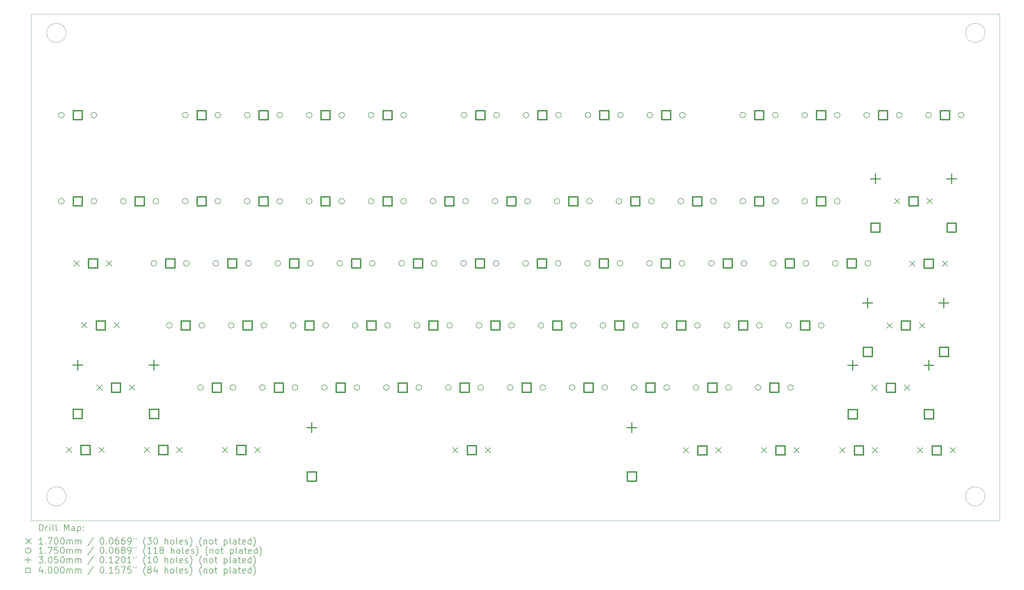
<source format=gbr>
%TF.GenerationSoftware,KiCad,Pcbnew,8.0.3*%
%TF.CreationDate,2024-06-29T11:43:42-07:00*%
%TF.ProjectId,CustomKeyboard,43757374-6f6d-44b6-9579-626f6172642e,rev?*%
%TF.SameCoordinates,Original*%
%TF.FileFunction,Drillmap*%
%TF.FilePolarity,Positive*%
%FSLAX45Y45*%
G04 Gerber Fmt 4.5, Leading zero omitted, Abs format (unit mm)*
G04 Created by KiCad (PCBNEW 8.0.3) date 2024-06-29 11:43:42*
%MOMM*%
%LPD*%
G01*
G04 APERTURE LIST*
%ADD10C,0.050000*%
%ADD11C,0.200000*%
%ADD12C,0.170000*%
%ADD13C,0.175000*%
%ADD14C,0.305000*%
%ADD15C,0.400000*%
G04 APERTURE END LIST*
D10*
X32558000Y-16510000D02*
G75*
G02*
X31958000Y-16510000I-300000J0D01*
G01*
X31958000Y-16510000D02*
G75*
G02*
X32558000Y-16510000I300000J0D01*
G01*
X3856000Y-16510000D02*
G75*
G02*
X3256000Y-16510000I-300000J0D01*
G01*
X3256000Y-16510000D02*
G75*
G02*
X3856000Y-16510000I300000J0D01*
G01*
X32558000Y-2032000D02*
G75*
G02*
X31958000Y-2032000I-300000J0D01*
G01*
X31958000Y-2032000D02*
G75*
G02*
X32558000Y-2032000I300000J0D01*
G01*
X3856000Y-2032000D02*
G75*
G02*
X3256000Y-2032000I-300000J0D01*
G01*
X3256000Y-2032000D02*
G75*
G02*
X3856000Y-2032000I300000J0D01*
G01*
X2768600Y-1442600D02*
X33020000Y-1442600D01*
X33020000Y-17272000D01*
X2768600Y-17272000D01*
X2768600Y-1442600D01*
D11*
D12*
X3867000Y-14975000D02*
X4037000Y-15145000D01*
X4037000Y-14975000D02*
X3867000Y-15145000D01*
X4107000Y-9145000D02*
X4277000Y-9315000D01*
X4277000Y-9145000D02*
X4107000Y-9315000D01*
X4345000Y-11083000D02*
X4515000Y-11253000D01*
X4515000Y-11083000D02*
X4345000Y-11253000D01*
X4819000Y-13025000D02*
X4989000Y-13195000D01*
X4989000Y-13025000D02*
X4819000Y-13195000D01*
X4883000Y-14975000D02*
X5053000Y-15145000D01*
X5053000Y-14975000D02*
X4883000Y-15145000D01*
X5123000Y-9145000D02*
X5293000Y-9315000D01*
X5293000Y-9145000D02*
X5123000Y-9315000D01*
X5361000Y-11083000D02*
X5531000Y-11253000D01*
X5531000Y-11083000D02*
X5361000Y-11253000D01*
X5835000Y-13025000D02*
X6005000Y-13195000D01*
X6005000Y-13025000D02*
X5835000Y-13195000D01*
X6297000Y-14975000D02*
X6467000Y-15145000D01*
X6467000Y-14975000D02*
X6297000Y-15145000D01*
X7313000Y-14975000D02*
X7483000Y-15145000D01*
X7483000Y-14975000D02*
X7313000Y-15145000D01*
X8737000Y-14975000D02*
X8907000Y-15145000D01*
X8907000Y-14975000D02*
X8737000Y-15145000D01*
X9753000Y-14975000D02*
X9923000Y-15145000D01*
X9923000Y-14975000D02*
X9753000Y-15145000D01*
X15937000Y-14979250D02*
X16107000Y-15149250D01*
X16107000Y-14979250D02*
X15937000Y-15149250D01*
X16953000Y-14979250D02*
X17123000Y-15149250D01*
X17123000Y-14979250D02*
X16953000Y-15149250D01*
X23137000Y-14985000D02*
X23307000Y-15155000D01*
X23307000Y-14985000D02*
X23137000Y-15155000D01*
X24153000Y-14985000D02*
X24323000Y-15155000D01*
X24323000Y-14985000D02*
X24153000Y-15155000D01*
X25577000Y-14985000D02*
X25747000Y-15155000D01*
X25747000Y-14985000D02*
X25577000Y-15155000D01*
X26593000Y-14985000D02*
X26763000Y-15155000D01*
X26763000Y-14985000D02*
X26593000Y-15155000D01*
X28027000Y-14985000D02*
X28197000Y-15155000D01*
X28197000Y-14985000D02*
X28027000Y-15155000D01*
X29027000Y-13031000D02*
X29197000Y-13201000D01*
X29197000Y-13031000D02*
X29027000Y-13201000D01*
X29043000Y-14985000D02*
X29213000Y-15155000D01*
X29213000Y-14985000D02*
X29043000Y-15155000D01*
X29495000Y-11085000D02*
X29665000Y-11255000D01*
X29665000Y-11085000D02*
X29495000Y-11255000D01*
X29735000Y-7205000D02*
X29905000Y-7375000D01*
X29905000Y-7205000D02*
X29735000Y-7375000D01*
X30043000Y-13031000D02*
X30213000Y-13201000D01*
X30213000Y-13031000D02*
X30043000Y-13201000D01*
X30207000Y-9155000D02*
X30377000Y-9325000D01*
X30377000Y-9155000D02*
X30207000Y-9325000D01*
X30457000Y-14985000D02*
X30627000Y-15155000D01*
X30627000Y-14985000D02*
X30457000Y-15155000D01*
X30511000Y-11085000D02*
X30681000Y-11255000D01*
X30681000Y-11085000D02*
X30511000Y-11255000D01*
X30751000Y-7205000D02*
X30921000Y-7375000D01*
X30921000Y-7205000D02*
X30751000Y-7375000D01*
X31223000Y-9155000D02*
X31393000Y-9325000D01*
X31393000Y-9155000D02*
X31223000Y-9325000D01*
X31473000Y-14985000D02*
X31643000Y-15155000D01*
X31643000Y-14985000D02*
X31473000Y-15155000D01*
D13*
X3799500Y-4600000D02*
G75*
G02*
X3624500Y-4600000I-87500J0D01*
G01*
X3624500Y-4600000D02*
G75*
G02*
X3799500Y-4600000I87500J0D01*
G01*
X3799500Y-7290000D02*
G75*
G02*
X3624500Y-7290000I-87500J0D01*
G01*
X3624500Y-7290000D02*
G75*
G02*
X3799500Y-7290000I87500J0D01*
G01*
X4815500Y-4600000D02*
G75*
G02*
X4640500Y-4600000I-87500J0D01*
G01*
X4640500Y-4600000D02*
G75*
G02*
X4815500Y-4600000I87500J0D01*
G01*
X4815500Y-7290000D02*
G75*
G02*
X4640500Y-7290000I-87500J0D01*
G01*
X4640500Y-7290000D02*
G75*
G02*
X4815500Y-7290000I87500J0D01*
G01*
X5734500Y-7290000D02*
G75*
G02*
X5559500Y-7290000I-87500J0D01*
G01*
X5559500Y-7290000D02*
G75*
G02*
X5734500Y-7290000I87500J0D01*
G01*
X6689500Y-9230000D02*
G75*
G02*
X6514500Y-9230000I-87500J0D01*
G01*
X6514500Y-9230000D02*
G75*
G02*
X6689500Y-9230000I87500J0D01*
G01*
X6750500Y-7290000D02*
G75*
G02*
X6575500Y-7290000I-87500J0D01*
G01*
X6575500Y-7290000D02*
G75*
G02*
X6750500Y-7290000I87500J0D01*
G01*
X7169500Y-11170000D02*
G75*
G02*
X6994500Y-11170000I-87500J0D01*
G01*
X6994500Y-11170000D02*
G75*
G02*
X7169500Y-11170000I87500J0D01*
G01*
X7669500Y-4600000D02*
G75*
G02*
X7494500Y-4600000I-87500J0D01*
G01*
X7494500Y-4600000D02*
G75*
G02*
X7669500Y-4600000I87500J0D01*
G01*
X7669500Y-7290000D02*
G75*
G02*
X7494500Y-7290000I-87500J0D01*
G01*
X7494500Y-7290000D02*
G75*
G02*
X7669500Y-7290000I87500J0D01*
G01*
X7705500Y-9230000D02*
G75*
G02*
X7530500Y-9230000I-87500J0D01*
G01*
X7530500Y-9230000D02*
G75*
G02*
X7705500Y-9230000I87500J0D01*
G01*
X8144500Y-13110000D02*
G75*
G02*
X7969500Y-13110000I-87500J0D01*
G01*
X7969500Y-13110000D02*
G75*
G02*
X8144500Y-13110000I87500J0D01*
G01*
X8185500Y-11170000D02*
G75*
G02*
X8010500Y-11170000I-87500J0D01*
G01*
X8010500Y-11170000D02*
G75*
G02*
X8185500Y-11170000I87500J0D01*
G01*
X8624500Y-9230000D02*
G75*
G02*
X8449500Y-9230000I-87500J0D01*
G01*
X8449500Y-9230000D02*
G75*
G02*
X8624500Y-9230000I87500J0D01*
G01*
X8685500Y-4600000D02*
G75*
G02*
X8510500Y-4600000I-87500J0D01*
G01*
X8510500Y-4600000D02*
G75*
G02*
X8685500Y-4600000I87500J0D01*
G01*
X8685500Y-7290000D02*
G75*
G02*
X8510500Y-7290000I-87500J0D01*
G01*
X8510500Y-7290000D02*
G75*
G02*
X8685500Y-7290000I87500J0D01*
G01*
X9104500Y-11170000D02*
G75*
G02*
X8929500Y-11170000I-87500J0D01*
G01*
X8929500Y-11170000D02*
G75*
G02*
X9104500Y-11170000I87500J0D01*
G01*
X9160500Y-13110000D02*
G75*
G02*
X8985500Y-13110000I-87500J0D01*
G01*
X8985500Y-13110000D02*
G75*
G02*
X9160500Y-13110000I87500J0D01*
G01*
X9604500Y-4600000D02*
G75*
G02*
X9429500Y-4600000I-87500J0D01*
G01*
X9429500Y-4600000D02*
G75*
G02*
X9604500Y-4600000I87500J0D01*
G01*
X9604500Y-7290000D02*
G75*
G02*
X9429500Y-7290000I-87500J0D01*
G01*
X9429500Y-7290000D02*
G75*
G02*
X9604500Y-7290000I87500J0D01*
G01*
X9640500Y-9230000D02*
G75*
G02*
X9465500Y-9230000I-87500J0D01*
G01*
X9465500Y-9230000D02*
G75*
G02*
X9640500Y-9230000I87500J0D01*
G01*
X10079500Y-13110000D02*
G75*
G02*
X9904500Y-13110000I-87500J0D01*
G01*
X9904500Y-13110000D02*
G75*
G02*
X10079500Y-13110000I87500J0D01*
G01*
X10120500Y-11170000D02*
G75*
G02*
X9945500Y-11170000I-87500J0D01*
G01*
X9945500Y-11170000D02*
G75*
G02*
X10120500Y-11170000I87500J0D01*
G01*
X10559500Y-9230000D02*
G75*
G02*
X10384500Y-9230000I-87500J0D01*
G01*
X10384500Y-9230000D02*
G75*
G02*
X10559500Y-9230000I87500J0D01*
G01*
X10620500Y-4600000D02*
G75*
G02*
X10445500Y-4600000I-87500J0D01*
G01*
X10445500Y-4600000D02*
G75*
G02*
X10620500Y-4600000I87500J0D01*
G01*
X10620500Y-7290000D02*
G75*
G02*
X10445500Y-7290000I-87500J0D01*
G01*
X10445500Y-7290000D02*
G75*
G02*
X10620500Y-7290000I87500J0D01*
G01*
X11039500Y-11170000D02*
G75*
G02*
X10864500Y-11170000I-87500J0D01*
G01*
X10864500Y-11170000D02*
G75*
G02*
X11039500Y-11170000I87500J0D01*
G01*
X11095500Y-13110000D02*
G75*
G02*
X10920500Y-13110000I-87500J0D01*
G01*
X10920500Y-13110000D02*
G75*
G02*
X11095500Y-13110000I87500J0D01*
G01*
X11539500Y-4600000D02*
G75*
G02*
X11364500Y-4600000I-87500J0D01*
G01*
X11364500Y-4600000D02*
G75*
G02*
X11539500Y-4600000I87500J0D01*
G01*
X11539500Y-7290000D02*
G75*
G02*
X11364500Y-7290000I-87500J0D01*
G01*
X11364500Y-7290000D02*
G75*
G02*
X11539500Y-7290000I87500J0D01*
G01*
X11575500Y-9230000D02*
G75*
G02*
X11400500Y-9230000I-87500J0D01*
G01*
X11400500Y-9230000D02*
G75*
G02*
X11575500Y-9230000I87500J0D01*
G01*
X12014500Y-13110000D02*
G75*
G02*
X11839500Y-13110000I-87500J0D01*
G01*
X11839500Y-13110000D02*
G75*
G02*
X12014500Y-13110000I87500J0D01*
G01*
X12055500Y-11170000D02*
G75*
G02*
X11880500Y-11170000I-87500J0D01*
G01*
X11880500Y-11170000D02*
G75*
G02*
X12055500Y-11170000I87500J0D01*
G01*
X12494500Y-9230000D02*
G75*
G02*
X12319500Y-9230000I-87500J0D01*
G01*
X12319500Y-9230000D02*
G75*
G02*
X12494500Y-9230000I87500J0D01*
G01*
X12555500Y-4600000D02*
G75*
G02*
X12380500Y-4600000I-87500J0D01*
G01*
X12380500Y-4600000D02*
G75*
G02*
X12555500Y-4600000I87500J0D01*
G01*
X12555500Y-7290000D02*
G75*
G02*
X12380500Y-7290000I-87500J0D01*
G01*
X12380500Y-7290000D02*
G75*
G02*
X12555500Y-7290000I87500J0D01*
G01*
X12974500Y-11170000D02*
G75*
G02*
X12799500Y-11170000I-87500J0D01*
G01*
X12799500Y-11170000D02*
G75*
G02*
X12974500Y-11170000I87500J0D01*
G01*
X13030500Y-13110000D02*
G75*
G02*
X12855500Y-13110000I-87500J0D01*
G01*
X12855500Y-13110000D02*
G75*
G02*
X13030500Y-13110000I87500J0D01*
G01*
X13474500Y-4600000D02*
G75*
G02*
X13299500Y-4600000I-87500J0D01*
G01*
X13299500Y-4600000D02*
G75*
G02*
X13474500Y-4600000I87500J0D01*
G01*
X13474500Y-7290000D02*
G75*
G02*
X13299500Y-7290000I-87500J0D01*
G01*
X13299500Y-7290000D02*
G75*
G02*
X13474500Y-7290000I87500J0D01*
G01*
X13510500Y-9230000D02*
G75*
G02*
X13335500Y-9230000I-87500J0D01*
G01*
X13335500Y-9230000D02*
G75*
G02*
X13510500Y-9230000I87500J0D01*
G01*
X13949500Y-13110000D02*
G75*
G02*
X13774500Y-13110000I-87500J0D01*
G01*
X13774500Y-13110000D02*
G75*
G02*
X13949500Y-13110000I87500J0D01*
G01*
X13990500Y-11170000D02*
G75*
G02*
X13815500Y-11170000I-87500J0D01*
G01*
X13815500Y-11170000D02*
G75*
G02*
X13990500Y-11170000I87500J0D01*
G01*
X14429500Y-9230000D02*
G75*
G02*
X14254500Y-9230000I-87500J0D01*
G01*
X14254500Y-9230000D02*
G75*
G02*
X14429500Y-9230000I87500J0D01*
G01*
X14490500Y-4600000D02*
G75*
G02*
X14315500Y-4600000I-87500J0D01*
G01*
X14315500Y-4600000D02*
G75*
G02*
X14490500Y-4600000I87500J0D01*
G01*
X14490500Y-7290000D02*
G75*
G02*
X14315500Y-7290000I-87500J0D01*
G01*
X14315500Y-7290000D02*
G75*
G02*
X14490500Y-7290000I87500J0D01*
G01*
X14909500Y-11170000D02*
G75*
G02*
X14734500Y-11170000I-87500J0D01*
G01*
X14734500Y-11170000D02*
G75*
G02*
X14909500Y-11170000I87500J0D01*
G01*
X14965500Y-13110000D02*
G75*
G02*
X14790500Y-13110000I-87500J0D01*
G01*
X14790500Y-13110000D02*
G75*
G02*
X14965500Y-13110000I87500J0D01*
G01*
X15409500Y-7290000D02*
G75*
G02*
X15234500Y-7290000I-87500J0D01*
G01*
X15234500Y-7290000D02*
G75*
G02*
X15409500Y-7290000I87500J0D01*
G01*
X15445500Y-9230000D02*
G75*
G02*
X15270500Y-9230000I-87500J0D01*
G01*
X15270500Y-9230000D02*
G75*
G02*
X15445500Y-9230000I87500J0D01*
G01*
X15884500Y-13110000D02*
G75*
G02*
X15709500Y-13110000I-87500J0D01*
G01*
X15709500Y-13110000D02*
G75*
G02*
X15884500Y-13110000I87500J0D01*
G01*
X15925500Y-11170000D02*
G75*
G02*
X15750500Y-11170000I-87500J0D01*
G01*
X15750500Y-11170000D02*
G75*
G02*
X15925500Y-11170000I87500J0D01*
G01*
X16364500Y-9230000D02*
G75*
G02*
X16189500Y-9230000I-87500J0D01*
G01*
X16189500Y-9230000D02*
G75*
G02*
X16364500Y-9230000I87500J0D01*
G01*
X16377000Y-4600000D02*
G75*
G02*
X16202000Y-4600000I-87500J0D01*
G01*
X16202000Y-4600000D02*
G75*
G02*
X16377000Y-4600000I87500J0D01*
G01*
X16425500Y-7290000D02*
G75*
G02*
X16250500Y-7290000I-87500J0D01*
G01*
X16250500Y-7290000D02*
G75*
G02*
X16425500Y-7290000I87500J0D01*
G01*
X16844500Y-11170000D02*
G75*
G02*
X16669500Y-11170000I-87500J0D01*
G01*
X16669500Y-11170000D02*
G75*
G02*
X16844500Y-11170000I87500J0D01*
G01*
X16900500Y-13110000D02*
G75*
G02*
X16725500Y-13110000I-87500J0D01*
G01*
X16725500Y-13110000D02*
G75*
G02*
X16900500Y-13110000I87500J0D01*
G01*
X17344500Y-7290000D02*
G75*
G02*
X17169500Y-7290000I-87500J0D01*
G01*
X17169500Y-7290000D02*
G75*
G02*
X17344500Y-7290000I87500J0D01*
G01*
X17380500Y-9230000D02*
G75*
G02*
X17205500Y-9230000I-87500J0D01*
G01*
X17205500Y-9230000D02*
G75*
G02*
X17380500Y-9230000I87500J0D01*
G01*
X17393000Y-4600000D02*
G75*
G02*
X17218000Y-4600000I-87500J0D01*
G01*
X17218000Y-4600000D02*
G75*
G02*
X17393000Y-4600000I87500J0D01*
G01*
X17819500Y-13110000D02*
G75*
G02*
X17644500Y-13110000I-87500J0D01*
G01*
X17644500Y-13110000D02*
G75*
G02*
X17819500Y-13110000I87500J0D01*
G01*
X17860500Y-11170000D02*
G75*
G02*
X17685500Y-11170000I-87500J0D01*
G01*
X17685500Y-11170000D02*
G75*
G02*
X17860500Y-11170000I87500J0D01*
G01*
X18299500Y-9230000D02*
G75*
G02*
X18124500Y-9230000I-87500J0D01*
G01*
X18124500Y-9230000D02*
G75*
G02*
X18299500Y-9230000I87500J0D01*
G01*
X18312000Y-4600000D02*
G75*
G02*
X18137000Y-4600000I-87500J0D01*
G01*
X18137000Y-4600000D02*
G75*
G02*
X18312000Y-4600000I87500J0D01*
G01*
X18360500Y-7290000D02*
G75*
G02*
X18185500Y-7290000I-87500J0D01*
G01*
X18185500Y-7290000D02*
G75*
G02*
X18360500Y-7290000I87500J0D01*
G01*
X18779500Y-11170000D02*
G75*
G02*
X18604500Y-11170000I-87500J0D01*
G01*
X18604500Y-11170000D02*
G75*
G02*
X18779500Y-11170000I87500J0D01*
G01*
X18835500Y-13110000D02*
G75*
G02*
X18660500Y-13110000I-87500J0D01*
G01*
X18660500Y-13110000D02*
G75*
G02*
X18835500Y-13110000I87500J0D01*
G01*
X19279500Y-7290000D02*
G75*
G02*
X19104500Y-7290000I-87500J0D01*
G01*
X19104500Y-7290000D02*
G75*
G02*
X19279500Y-7290000I87500J0D01*
G01*
X19315500Y-9230000D02*
G75*
G02*
X19140500Y-9230000I-87500J0D01*
G01*
X19140500Y-9230000D02*
G75*
G02*
X19315500Y-9230000I87500J0D01*
G01*
X19328000Y-4600000D02*
G75*
G02*
X19153000Y-4600000I-87500J0D01*
G01*
X19153000Y-4600000D02*
G75*
G02*
X19328000Y-4600000I87500J0D01*
G01*
X19754500Y-13110000D02*
G75*
G02*
X19579500Y-13110000I-87500J0D01*
G01*
X19579500Y-13110000D02*
G75*
G02*
X19754500Y-13110000I87500J0D01*
G01*
X19795500Y-11170000D02*
G75*
G02*
X19620500Y-11170000I-87500J0D01*
G01*
X19620500Y-11170000D02*
G75*
G02*
X19795500Y-11170000I87500J0D01*
G01*
X20234500Y-9230000D02*
G75*
G02*
X20059500Y-9230000I-87500J0D01*
G01*
X20059500Y-9230000D02*
G75*
G02*
X20234500Y-9230000I87500J0D01*
G01*
X20247000Y-4600000D02*
G75*
G02*
X20072000Y-4600000I-87500J0D01*
G01*
X20072000Y-4600000D02*
G75*
G02*
X20247000Y-4600000I87500J0D01*
G01*
X20295500Y-7290000D02*
G75*
G02*
X20120500Y-7290000I-87500J0D01*
G01*
X20120500Y-7290000D02*
G75*
G02*
X20295500Y-7290000I87500J0D01*
G01*
X20714500Y-11170000D02*
G75*
G02*
X20539500Y-11170000I-87500J0D01*
G01*
X20539500Y-11170000D02*
G75*
G02*
X20714500Y-11170000I87500J0D01*
G01*
X20770500Y-13110000D02*
G75*
G02*
X20595500Y-13110000I-87500J0D01*
G01*
X20595500Y-13110000D02*
G75*
G02*
X20770500Y-13110000I87500J0D01*
G01*
X21214500Y-7290000D02*
G75*
G02*
X21039500Y-7290000I-87500J0D01*
G01*
X21039500Y-7290000D02*
G75*
G02*
X21214500Y-7290000I87500J0D01*
G01*
X21250500Y-9230000D02*
G75*
G02*
X21075500Y-9230000I-87500J0D01*
G01*
X21075500Y-9230000D02*
G75*
G02*
X21250500Y-9230000I87500J0D01*
G01*
X21263000Y-4600000D02*
G75*
G02*
X21088000Y-4600000I-87500J0D01*
G01*
X21088000Y-4600000D02*
G75*
G02*
X21263000Y-4600000I87500J0D01*
G01*
X21689500Y-13110000D02*
G75*
G02*
X21514500Y-13110000I-87500J0D01*
G01*
X21514500Y-13110000D02*
G75*
G02*
X21689500Y-13110000I87500J0D01*
G01*
X21730500Y-11170000D02*
G75*
G02*
X21555500Y-11170000I-87500J0D01*
G01*
X21555500Y-11170000D02*
G75*
G02*
X21730500Y-11170000I87500J0D01*
G01*
X22169500Y-9230000D02*
G75*
G02*
X21994500Y-9230000I-87500J0D01*
G01*
X21994500Y-9230000D02*
G75*
G02*
X22169500Y-9230000I87500J0D01*
G01*
X22182000Y-4600000D02*
G75*
G02*
X22007000Y-4600000I-87500J0D01*
G01*
X22007000Y-4600000D02*
G75*
G02*
X22182000Y-4600000I87500J0D01*
G01*
X22230500Y-7290000D02*
G75*
G02*
X22055500Y-7290000I-87500J0D01*
G01*
X22055500Y-7290000D02*
G75*
G02*
X22230500Y-7290000I87500J0D01*
G01*
X22649500Y-11170000D02*
G75*
G02*
X22474500Y-11170000I-87500J0D01*
G01*
X22474500Y-11170000D02*
G75*
G02*
X22649500Y-11170000I87500J0D01*
G01*
X22705500Y-13110000D02*
G75*
G02*
X22530500Y-13110000I-87500J0D01*
G01*
X22530500Y-13110000D02*
G75*
G02*
X22705500Y-13110000I87500J0D01*
G01*
X23149500Y-7290000D02*
G75*
G02*
X22974500Y-7290000I-87500J0D01*
G01*
X22974500Y-7290000D02*
G75*
G02*
X23149500Y-7290000I87500J0D01*
G01*
X23185500Y-9230000D02*
G75*
G02*
X23010500Y-9230000I-87500J0D01*
G01*
X23010500Y-9230000D02*
G75*
G02*
X23185500Y-9230000I87500J0D01*
G01*
X23198000Y-4600000D02*
G75*
G02*
X23023000Y-4600000I-87500J0D01*
G01*
X23023000Y-4600000D02*
G75*
G02*
X23198000Y-4600000I87500J0D01*
G01*
X23624500Y-13110000D02*
G75*
G02*
X23449500Y-13110000I-87500J0D01*
G01*
X23449500Y-13110000D02*
G75*
G02*
X23624500Y-13110000I87500J0D01*
G01*
X23665500Y-11170000D02*
G75*
G02*
X23490500Y-11170000I-87500J0D01*
G01*
X23490500Y-11170000D02*
G75*
G02*
X23665500Y-11170000I87500J0D01*
G01*
X24104500Y-9230000D02*
G75*
G02*
X23929500Y-9230000I-87500J0D01*
G01*
X23929500Y-9230000D02*
G75*
G02*
X24104500Y-9230000I87500J0D01*
G01*
X24165500Y-7290000D02*
G75*
G02*
X23990500Y-7290000I-87500J0D01*
G01*
X23990500Y-7290000D02*
G75*
G02*
X24165500Y-7290000I87500J0D01*
G01*
X24584500Y-11170000D02*
G75*
G02*
X24409500Y-11170000I-87500J0D01*
G01*
X24409500Y-11170000D02*
G75*
G02*
X24584500Y-11170000I87500J0D01*
G01*
X24640500Y-13110000D02*
G75*
G02*
X24465500Y-13110000I-87500J0D01*
G01*
X24465500Y-13110000D02*
G75*
G02*
X24640500Y-13110000I87500J0D01*
G01*
X25084500Y-4600000D02*
G75*
G02*
X24909500Y-4600000I-87500J0D01*
G01*
X24909500Y-4600000D02*
G75*
G02*
X25084500Y-4600000I87500J0D01*
G01*
X25084500Y-7290000D02*
G75*
G02*
X24909500Y-7290000I-87500J0D01*
G01*
X24909500Y-7290000D02*
G75*
G02*
X25084500Y-7290000I87500J0D01*
G01*
X25120500Y-9230000D02*
G75*
G02*
X24945500Y-9230000I-87500J0D01*
G01*
X24945500Y-9230000D02*
G75*
G02*
X25120500Y-9230000I87500J0D01*
G01*
X25559500Y-13110000D02*
G75*
G02*
X25384500Y-13110000I-87500J0D01*
G01*
X25384500Y-13110000D02*
G75*
G02*
X25559500Y-13110000I87500J0D01*
G01*
X25600500Y-11170000D02*
G75*
G02*
X25425500Y-11170000I-87500J0D01*
G01*
X25425500Y-11170000D02*
G75*
G02*
X25600500Y-11170000I87500J0D01*
G01*
X26039500Y-9230000D02*
G75*
G02*
X25864500Y-9230000I-87500J0D01*
G01*
X25864500Y-9230000D02*
G75*
G02*
X26039500Y-9230000I87500J0D01*
G01*
X26100500Y-4600000D02*
G75*
G02*
X25925500Y-4600000I-87500J0D01*
G01*
X25925500Y-4600000D02*
G75*
G02*
X26100500Y-4600000I87500J0D01*
G01*
X26100500Y-7290000D02*
G75*
G02*
X25925500Y-7290000I-87500J0D01*
G01*
X25925500Y-7290000D02*
G75*
G02*
X26100500Y-7290000I87500J0D01*
G01*
X26519500Y-11170000D02*
G75*
G02*
X26344500Y-11170000I-87500J0D01*
G01*
X26344500Y-11170000D02*
G75*
G02*
X26519500Y-11170000I87500J0D01*
G01*
X26575500Y-13110000D02*
G75*
G02*
X26400500Y-13110000I-87500J0D01*
G01*
X26400500Y-13110000D02*
G75*
G02*
X26575500Y-13110000I87500J0D01*
G01*
X27019500Y-4600000D02*
G75*
G02*
X26844500Y-4600000I-87500J0D01*
G01*
X26844500Y-4600000D02*
G75*
G02*
X27019500Y-4600000I87500J0D01*
G01*
X27019500Y-7290000D02*
G75*
G02*
X26844500Y-7290000I-87500J0D01*
G01*
X26844500Y-7290000D02*
G75*
G02*
X27019500Y-7290000I87500J0D01*
G01*
X27055500Y-9230000D02*
G75*
G02*
X26880500Y-9230000I-87500J0D01*
G01*
X26880500Y-9230000D02*
G75*
G02*
X27055500Y-9230000I87500J0D01*
G01*
X27535500Y-11170000D02*
G75*
G02*
X27360500Y-11170000I-87500J0D01*
G01*
X27360500Y-11170000D02*
G75*
G02*
X27535500Y-11170000I87500J0D01*
G01*
X27974500Y-9230000D02*
G75*
G02*
X27799500Y-9230000I-87500J0D01*
G01*
X27799500Y-9230000D02*
G75*
G02*
X27974500Y-9230000I87500J0D01*
G01*
X28035500Y-4600000D02*
G75*
G02*
X27860500Y-4600000I-87500J0D01*
G01*
X27860500Y-4600000D02*
G75*
G02*
X28035500Y-4600000I87500J0D01*
G01*
X28035500Y-7290000D02*
G75*
G02*
X27860500Y-7290000I-87500J0D01*
G01*
X27860500Y-7290000D02*
G75*
G02*
X28035500Y-7290000I87500J0D01*
G01*
X28954500Y-4600000D02*
G75*
G02*
X28779500Y-4600000I-87500J0D01*
G01*
X28779500Y-4600000D02*
G75*
G02*
X28954500Y-4600000I87500J0D01*
G01*
X28990500Y-9230000D02*
G75*
G02*
X28815500Y-9230000I-87500J0D01*
G01*
X28815500Y-9230000D02*
G75*
G02*
X28990500Y-9230000I87500J0D01*
G01*
X29970500Y-4600000D02*
G75*
G02*
X29795500Y-4600000I-87500J0D01*
G01*
X29795500Y-4600000D02*
G75*
G02*
X29970500Y-4600000I87500J0D01*
G01*
X30889500Y-4600000D02*
G75*
G02*
X30714500Y-4600000I-87500J0D01*
G01*
X30714500Y-4600000D02*
G75*
G02*
X30889500Y-4600000I87500J0D01*
G01*
X31905500Y-4600000D02*
G75*
G02*
X31730500Y-4600000I-87500J0D01*
G01*
X31730500Y-4600000D02*
G75*
G02*
X31905500Y-4600000I87500J0D01*
G01*
D14*
X4222000Y-12257500D02*
X4222000Y-12562500D01*
X4069500Y-12410000D02*
X4374500Y-12410000D01*
X6602000Y-12257500D02*
X6602000Y-12562500D01*
X6449500Y-12410000D02*
X6754500Y-12410000D01*
X11530000Y-14211750D02*
X11530000Y-14516750D01*
X11377500Y-14364250D02*
X11682500Y-14364250D01*
X21530000Y-14211750D02*
X21530000Y-14516750D01*
X21377500Y-14364250D02*
X21682500Y-14364250D01*
X28430000Y-12263500D02*
X28430000Y-12568500D01*
X28277500Y-12416000D02*
X28582500Y-12416000D01*
X28898000Y-10317500D02*
X28898000Y-10622500D01*
X28745500Y-10470000D02*
X29050500Y-10470000D01*
X29138000Y-6437500D02*
X29138000Y-6742500D01*
X28985500Y-6590000D02*
X29290500Y-6590000D01*
X30810000Y-12263500D02*
X30810000Y-12568500D01*
X30657500Y-12416000D02*
X30962500Y-12416000D01*
X31278000Y-10317500D02*
X31278000Y-10622500D01*
X31125500Y-10470000D02*
X31430500Y-10470000D01*
X31518000Y-6437500D02*
X31518000Y-6742500D01*
X31365500Y-6590000D02*
X31670500Y-6590000D01*
D15*
X4361423Y-4741423D02*
X4361423Y-4458577D01*
X4078577Y-4458577D01*
X4078577Y-4741423D01*
X4361423Y-4741423D01*
X4361423Y-7431423D02*
X4361423Y-7148577D01*
X4078577Y-7148577D01*
X4078577Y-7431423D01*
X4361423Y-7431423D01*
X4363423Y-14075423D02*
X4363423Y-13792577D01*
X4080577Y-13792577D01*
X4080577Y-14075423D01*
X4363423Y-14075423D01*
X4601423Y-15201423D02*
X4601423Y-14918577D01*
X4318577Y-14918577D01*
X4318577Y-15201423D01*
X4601423Y-15201423D01*
X4841423Y-9371423D02*
X4841423Y-9088577D01*
X4558577Y-9088577D01*
X4558577Y-9371423D01*
X4841423Y-9371423D01*
X5079423Y-11309423D02*
X5079423Y-11026577D01*
X4796577Y-11026577D01*
X4796577Y-11309423D01*
X5079423Y-11309423D01*
X5553423Y-13251423D02*
X5553423Y-12968577D01*
X5270577Y-12968577D01*
X5270577Y-13251423D01*
X5553423Y-13251423D01*
X6296423Y-7431423D02*
X6296423Y-7148577D01*
X6013577Y-7148577D01*
X6013577Y-7431423D01*
X6296423Y-7431423D01*
X6743423Y-14075423D02*
X6743423Y-13792577D01*
X6460577Y-13792577D01*
X6460577Y-14075423D01*
X6743423Y-14075423D01*
X7031423Y-15201423D02*
X7031423Y-14918577D01*
X6748577Y-14918577D01*
X6748577Y-15201423D01*
X7031423Y-15201423D01*
X7251423Y-9371423D02*
X7251423Y-9088577D01*
X6968577Y-9088577D01*
X6968577Y-9371423D01*
X7251423Y-9371423D01*
X7731423Y-11311423D02*
X7731423Y-11028577D01*
X7448577Y-11028577D01*
X7448577Y-11311423D01*
X7731423Y-11311423D01*
X8231423Y-4741423D02*
X8231423Y-4458577D01*
X7948577Y-4458577D01*
X7948577Y-4741423D01*
X8231423Y-4741423D01*
X8231423Y-7431423D02*
X8231423Y-7148577D01*
X7948577Y-7148577D01*
X7948577Y-7431423D01*
X8231423Y-7431423D01*
X8706423Y-13251423D02*
X8706423Y-12968577D01*
X8423577Y-12968577D01*
X8423577Y-13251423D01*
X8706423Y-13251423D01*
X9186423Y-9371423D02*
X9186423Y-9088577D01*
X8903577Y-9088577D01*
X8903577Y-9371423D01*
X9186423Y-9371423D01*
X9471423Y-15201423D02*
X9471423Y-14918577D01*
X9188577Y-14918577D01*
X9188577Y-15201423D01*
X9471423Y-15201423D01*
X9666423Y-11311423D02*
X9666423Y-11028577D01*
X9383577Y-11028577D01*
X9383577Y-11311423D01*
X9666423Y-11311423D01*
X10166423Y-4741423D02*
X10166423Y-4458577D01*
X9883577Y-4458577D01*
X9883577Y-4741423D01*
X10166423Y-4741423D01*
X10166423Y-7431423D02*
X10166423Y-7148577D01*
X9883577Y-7148577D01*
X9883577Y-7431423D01*
X10166423Y-7431423D01*
X10641423Y-13251423D02*
X10641423Y-12968577D01*
X10358577Y-12968577D01*
X10358577Y-13251423D01*
X10641423Y-13251423D01*
X11121423Y-9371423D02*
X11121423Y-9088577D01*
X10838577Y-9088577D01*
X10838577Y-9371423D01*
X11121423Y-9371423D01*
X11601423Y-11311423D02*
X11601423Y-11028577D01*
X11318577Y-11028577D01*
X11318577Y-11311423D01*
X11601423Y-11311423D01*
X11671423Y-16029673D02*
X11671423Y-15746827D01*
X11388577Y-15746827D01*
X11388577Y-16029673D01*
X11671423Y-16029673D01*
X12101423Y-4741423D02*
X12101423Y-4458577D01*
X11818577Y-4458577D01*
X11818577Y-4741423D01*
X12101423Y-4741423D01*
X12101423Y-7431423D02*
X12101423Y-7148577D01*
X11818577Y-7148577D01*
X11818577Y-7431423D01*
X12101423Y-7431423D01*
X12576423Y-13251423D02*
X12576423Y-12968577D01*
X12293577Y-12968577D01*
X12293577Y-13251423D01*
X12576423Y-13251423D01*
X13056423Y-9371423D02*
X13056423Y-9088577D01*
X12773577Y-9088577D01*
X12773577Y-9371423D01*
X13056423Y-9371423D01*
X13536423Y-11311423D02*
X13536423Y-11028577D01*
X13253577Y-11028577D01*
X13253577Y-11311423D01*
X13536423Y-11311423D01*
X14036423Y-4741423D02*
X14036423Y-4458577D01*
X13753577Y-4458577D01*
X13753577Y-4741423D01*
X14036423Y-4741423D01*
X14036423Y-7431423D02*
X14036423Y-7148577D01*
X13753577Y-7148577D01*
X13753577Y-7431423D01*
X14036423Y-7431423D01*
X14511423Y-13251423D02*
X14511423Y-12968577D01*
X14228577Y-12968577D01*
X14228577Y-13251423D01*
X14511423Y-13251423D01*
X14991423Y-9371423D02*
X14991423Y-9088577D01*
X14708577Y-9088577D01*
X14708577Y-9371423D01*
X14991423Y-9371423D01*
X15471423Y-11311423D02*
X15471423Y-11028577D01*
X15188577Y-11028577D01*
X15188577Y-11311423D01*
X15471423Y-11311423D01*
X15971423Y-7431423D02*
X15971423Y-7148577D01*
X15688577Y-7148577D01*
X15688577Y-7431423D01*
X15971423Y-7431423D01*
X16446423Y-13251423D02*
X16446423Y-12968577D01*
X16163577Y-12968577D01*
X16163577Y-13251423D01*
X16446423Y-13251423D01*
X16671423Y-15205673D02*
X16671423Y-14922827D01*
X16388577Y-14922827D01*
X16388577Y-15205673D01*
X16671423Y-15205673D01*
X16926423Y-9371423D02*
X16926423Y-9088577D01*
X16643577Y-9088577D01*
X16643577Y-9371423D01*
X16926423Y-9371423D01*
X16938923Y-4741423D02*
X16938923Y-4458577D01*
X16656077Y-4458577D01*
X16656077Y-4741423D01*
X16938923Y-4741423D01*
X17406423Y-11311423D02*
X17406423Y-11028577D01*
X17123577Y-11028577D01*
X17123577Y-11311423D01*
X17406423Y-11311423D01*
X17906423Y-7431423D02*
X17906423Y-7148577D01*
X17623577Y-7148577D01*
X17623577Y-7431423D01*
X17906423Y-7431423D01*
X18381423Y-13251423D02*
X18381423Y-12968577D01*
X18098577Y-12968577D01*
X18098577Y-13251423D01*
X18381423Y-13251423D01*
X18861423Y-9371423D02*
X18861423Y-9088577D01*
X18578577Y-9088577D01*
X18578577Y-9371423D01*
X18861423Y-9371423D01*
X18873923Y-4741423D02*
X18873923Y-4458577D01*
X18591077Y-4458577D01*
X18591077Y-4741423D01*
X18873923Y-4741423D01*
X19341423Y-11311423D02*
X19341423Y-11028577D01*
X19058577Y-11028577D01*
X19058577Y-11311423D01*
X19341423Y-11311423D01*
X19841423Y-7431423D02*
X19841423Y-7148577D01*
X19558577Y-7148577D01*
X19558577Y-7431423D01*
X19841423Y-7431423D01*
X20316423Y-13251423D02*
X20316423Y-12968577D01*
X20033577Y-12968577D01*
X20033577Y-13251423D01*
X20316423Y-13251423D01*
X20796423Y-9371423D02*
X20796423Y-9088577D01*
X20513577Y-9088577D01*
X20513577Y-9371423D01*
X20796423Y-9371423D01*
X20808923Y-4741423D02*
X20808923Y-4458577D01*
X20526077Y-4458577D01*
X20526077Y-4741423D01*
X20808923Y-4741423D01*
X21276423Y-11311423D02*
X21276423Y-11028577D01*
X20993577Y-11028577D01*
X20993577Y-11311423D01*
X21276423Y-11311423D01*
X21671423Y-16029673D02*
X21671423Y-15746827D01*
X21388577Y-15746827D01*
X21388577Y-16029673D01*
X21671423Y-16029673D01*
X21776423Y-7431423D02*
X21776423Y-7148577D01*
X21493577Y-7148577D01*
X21493577Y-7431423D01*
X21776423Y-7431423D01*
X22251423Y-13251423D02*
X22251423Y-12968577D01*
X21968577Y-12968577D01*
X21968577Y-13251423D01*
X22251423Y-13251423D01*
X22731423Y-9371423D02*
X22731423Y-9088577D01*
X22448577Y-9088577D01*
X22448577Y-9371423D01*
X22731423Y-9371423D01*
X22743923Y-4741423D02*
X22743923Y-4458577D01*
X22461077Y-4458577D01*
X22461077Y-4741423D01*
X22743923Y-4741423D01*
X23211423Y-11311423D02*
X23211423Y-11028577D01*
X22928577Y-11028577D01*
X22928577Y-11311423D01*
X23211423Y-11311423D01*
X23711423Y-7431423D02*
X23711423Y-7148577D01*
X23428577Y-7148577D01*
X23428577Y-7431423D01*
X23711423Y-7431423D01*
X23871423Y-15211423D02*
X23871423Y-14928577D01*
X23588577Y-14928577D01*
X23588577Y-15211423D01*
X23871423Y-15211423D01*
X24186423Y-13251423D02*
X24186423Y-12968577D01*
X23903577Y-12968577D01*
X23903577Y-13251423D01*
X24186423Y-13251423D01*
X24666423Y-9371423D02*
X24666423Y-9088577D01*
X24383577Y-9088577D01*
X24383577Y-9371423D01*
X24666423Y-9371423D01*
X25146423Y-11311423D02*
X25146423Y-11028577D01*
X24863577Y-11028577D01*
X24863577Y-11311423D01*
X25146423Y-11311423D01*
X25646423Y-4741423D02*
X25646423Y-4458577D01*
X25363577Y-4458577D01*
X25363577Y-4741423D01*
X25646423Y-4741423D01*
X25646423Y-7431423D02*
X25646423Y-7148577D01*
X25363577Y-7148577D01*
X25363577Y-7431423D01*
X25646423Y-7431423D01*
X26121423Y-13251423D02*
X26121423Y-12968577D01*
X25838577Y-12968577D01*
X25838577Y-13251423D01*
X26121423Y-13251423D01*
X26311423Y-15211423D02*
X26311423Y-14928577D01*
X26028577Y-14928577D01*
X26028577Y-15211423D01*
X26311423Y-15211423D01*
X26601423Y-9371423D02*
X26601423Y-9088577D01*
X26318577Y-9088577D01*
X26318577Y-9371423D01*
X26601423Y-9371423D01*
X27081423Y-11311423D02*
X27081423Y-11028577D01*
X26798577Y-11028577D01*
X26798577Y-11311423D01*
X27081423Y-11311423D01*
X27581423Y-4741423D02*
X27581423Y-4458577D01*
X27298577Y-4458577D01*
X27298577Y-4741423D01*
X27581423Y-4741423D01*
X27581423Y-7431423D02*
X27581423Y-7148577D01*
X27298577Y-7148577D01*
X27298577Y-7431423D01*
X27581423Y-7431423D01*
X28536423Y-9371423D02*
X28536423Y-9088577D01*
X28253577Y-9088577D01*
X28253577Y-9371423D01*
X28536423Y-9371423D01*
X28571423Y-14081423D02*
X28571423Y-13798577D01*
X28288577Y-13798577D01*
X28288577Y-14081423D01*
X28571423Y-14081423D01*
X28761423Y-15211423D02*
X28761423Y-14928577D01*
X28478577Y-14928577D01*
X28478577Y-15211423D01*
X28761423Y-15211423D01*
X29039423Y-12135423D02*
X29039423Y-11852577D01*
X28756577Y-11852577D01*
X28756577Y-12135423D01*
X29039423Y-12135423D01*
X29279423Y-8255423D02*
X29279423Y-7972577D01*
X28996577Y-7972577D01*
X28996577Y-8255423D01*
X29279423Y-8255423D01*
X29516423Y-4741423D02*
X29516423Y-4458577D01*
X29233577Y-4458577D01*
X29233577Y-4741423D01*
X29516423Y-4741423D01*
X29761423Y-13257423D02*
X29761423Y-12974577D01*
X29478577Y-12974577D01*
X29478577Y-13257423D01*
X29761423Y-13257423D01*
X30229423Y-11311423D02*
X30229423Y-11028577D01*
X29946577Y-11028577D01*
X29946577Y-11311423D01*
X30229423Y-11311423D01*
X30469423Y-7431423D02*
X30469423Y-7148577D01*
X30186577Y-7148577D01*
X30186577Y-7431423D01*
X30469423Y-7431423D01*
X30941423Y-9381423D02*
X30941423Y-9098577D01*
X30658577Y-9098577D01*
X30658577Y-9381423D01*
X30941423Y-9381423D01*
X30951423Y-14081423D02*
X30951423Y-13798577D01*
X30668577Y-13798577D01*
X30668577Y-14081423D01*
X30951423Y-14081423D01*
X31191423Y-15211423D02*
X31191423Y-14928577D01*
X30908577Y-14928577D01*
X30908577Y-15211423D01*
X31191423Y-15211423D01*
X31419423Y-12135423D02*
X31419423Y-11852577D01*
X31136577Y-11852577D01*
X31136577Y-12135423D01*
X31419423Y-12135423D01*
X31451423Y-4741423D02*
X31451423Y-4458577D01*
X31168577Y-4458577D01*
X31168577Y-4741423D01*
X31451423Y-4741423D01*
X31659423Y-8255423D02*
X31659423Y-7972577D01*
X31376577Y-7972577D01*
X31376577Y-8255423D01*
X31659423Y-8255423D01*
D11*
X3026877Y-17585984D02*
X3026877Y-17385984D01*
X3026877Y-17385984D02*
X3074496Y-17385984D01*
X3074496Y-17385984D02*
X3103067Y-17395508D01*
X3103067Y-17395508D02*
X3122115Y-17414555D01*
X3122115Y-17414555D02*
X3131639Y-17433603D01*
X3131639Y-17433603D02*
X3141162Y-17471698D01*
X3141162Y-17471698D02*
X3141162Y-17500270D01*
X3141162Y-17500270D02*
X3131639Y-17538365D01*
X3131639Y-17538365D02*
X3122115Y-17557412D01*
X3122115Y-17557412D02*
X3103067Y-17576460D01*
X3103067Y-17576460D02*
X3074496Y-17585984D01*
X3074496Y-17585984D02*
X3026877Y-17585984D01*
X3226877Y-17585984D02*
X3226877Y-17452650D01*
X3226877Y-17490746D02*
X3236401Y-17471698D01*
X3236401Y-17471698D02*
X3245924Y-17462174D01*
X3245924Y-17462174D02*
X3264972Y-17452650D01*
X3264972Y-17452650D02*
X3284020Y-17452650D01*
X3350686Y-17585984D02*
X3350686Y-17452650D01*
X3350686Y-17385984D02*
X3341162Y-17395508D01*
X3341162Y-17395508D02*
X3350686Y-17405031D01*
X3350686Y-17405031D02*
X3360210Y-17395508D01*
X3360210Y-17395508D02*
X3350686Y-17385984D01*
X3350686Y-17385984D02*
X3350686Y-17405031D01*
X3474496Y-17585984D02*
X3455448Y-17576460D01*
X3455448Y-17576460D02*
X3445924Y-17557412D01*
X3445924Y-17557412D02*
X3445924Y-17385984D01*
X3579258Y-17585984D02*
X3560210Y-17576460D01*
X3560210Y-17576460D02*
X3550686Y-17557412D01*
X3550686Y-17557412D02*
X3550686Y-17385984D01*
X3807829Y-17585984D02*
X3807829Y-17385984D01*
X3807829Y-17385984D02*
X3874496Y-17528841D01*
X3874496Y-17528841D02*
X3941162Y-17385984D01*
X3941162Y-17385984D02*
X3941162Y-17585984D01*
X4122115Y-17585984D02*
X4122115Y-17481222D01*
X4122115Y-17481222D02*
X4112591Y-17462174D01*
X4112591Y-17462174D02*
X4093543Y-17452650D01*
X4093543Y-17452650D02*
X4055448Y-17452650D01*
X4055448Y-17452650D02*
X4036401Y-17462174D01*
X4122115Y-17576460D02*
X4103067Y-17585984D01*
X4103067Y-17585984D02*
X4055448Y-17585984D01*
X4055448Y-17585984D02*
X4036401Y-17576460D01*
X4036401Y-17576460D02*
X4026877Y-17557412D01*
X4026877Y-17557412D02*
X4026877Y-17538365D01*
X4026877Y-17538365D02*
X4036401Y-17519317D01*
X4036401Y-17519317D02*
X4055448Y-17509793D01*
X4055448Y-17509793D02*
X4103067Y-17509793D01*
X4103067Y-17509793D02*
X4122115Y-17500270D01*
X4217353Y-17452650D02*
X4217353Y-17652650D01*
X4217353Y-17462174D02*
X4236401Y-17452650D01*
X4236401Y-17452650D02*
X4274496Y-17452650D01*
X4274496Y-17452650D02*
X4293544Y-17462174D01*
X4293544Y-17462174D02*
X4303067Y-17471698D01*
X4303067Y-17471698D02*
X4312591Y-17490746D01*
X4312591Y-17490746D02*
X4312591Y-17547889D01*
X4312591Y-17547889D02*
X4303067Y-17566936D01*
X4303067Y-17566936D02*
X4293544Y-17576460D01*
X4293544Y-17576460D02*
X4274496Y-17585984D01*
X4274496Y-17585984D02*
X4236401Y-17585984D01*
X4236401Y-17585984D02*
X4217353Y-17576460D01*
X4398305Y-17566936D02*
X4407829Y-17576460D01*
X4407829Y-17576460D02*
X4398305Y-17585984D01*
X4398305Y-17585984D02*
X4388782Y-17576460D01*
X4388782Y-17576460D02*
X4398305Y-17566936D01*
X4398305Y-17566936D02*
X4398305Y-17585984D01*
X4398305Y-17462174D02*
X4407829Y-17471698D01*
X4407829Y-17471698D02*
X4398305Y-17481222D01*
X4398305Y-17481222D02*
X4388782Y-17471698D01*
X4388782Y-17471698D02*
X4398305Y-17462174D01*
X4398305Y-17462174D02*
X4398305Y-17481222D01*
D12*
X2596100Y-17829500D02*
X2766100Y-17999500D01*
X2766100Y-17829500D02*
X2596100Y-17999500D01*
D11*
X3131639Y-18005984D02*
X3017353Y-18005984D01*
X3074496Y-18005984D02*
X3074496Y-17805984D01*
X3074496Y-17805984D02*
X3055448Y-17834555D01*
X3055448Y-17834555D02*
X3036401Y-17853603D01*
X3036401Y-17853603D02*
X3017353Y-17863127D01*
X3217353Y-17986936D02*
X3226877Y-17996460D01*
X3226877Y-17996460D02*
X3217353Y-18005984D01*
X3217353Y-18005984D02*
X3207829Y-17996460D01*
X3207829Y-17996460D02*
X3217353Y-17986936D01*
X3217353Y-17986936D02*
X3217353Y-18005984D01*
X3293543Y-17805984D02*
X3426877Y-17805984D01*
X3426877Y-17805984D02*
X3341162Y-18005984D01*
X3541162Y-17805984D02*
X3560210Y-17805984D01*
X3560210Y-17805984D02*
X3579258Y-17815508D01*
X3579258Y-17815508D02*
X3588782Y-17825031D01*
X3588782Y-17825031D02*
X3598305Y-17844079D01*
X3598305Y-17844079D02*
X3607829Y-17882174D01*
X3607829Y-17882174D02*
X3607829Y-17929793D01*
X3607829Y-17929793D02*
X3598305Y-17967889D01*
X3598305Y-17967889D02*
X3588782Y-17986936D01*
X3588782Y-17986936D02*
X3579258Y-17996460D01*
X3579258Y-17996460D02*
X3560210Y-18005984D01*
X3560210Y-18005984D02*
X3541162Y-18005984D01*
X3541162Y-18005984D02*
X3522115Y-17996460D01*
X3522115Y-17996460D02*
X3512591Y-17986936D01*
X3512591Y-17986936D02*
X3503067Y-17967889D01*
X3503067Y-17967889D02*
X3493543Y-17929793D01*
X3493543Y-17929793D02*
X3493543Y-17882174D01*
X3493543Y-17882174D02*
X3503067Y-17844079D01*
X3503067Y-17844079D02*
X3512591Y-17825031D01*
X3512591Y-17825031D02*
X3522115Y-17815508D01*
X3522115Y-17815508D02*
X3541162Y-17805984D01*
X3731639Y-17805984D02*
X3750686Y-17805984D01*
X3750686Y-17805984D02*
X3769734Y-17815508D01*
X3769734Y-17815508D02*
X3779258Y-17825031D01*
X3779258Y-17825031D02*
X3788782Y-17844079D01*
X3788782Y-17844079D02*
X3798305Y-17882174D01*
X3798305Y-17882174D02*
X3798305Y-17929793D01*
X3798305Y-17929793D02*
X3788782Y-17967889D01*
X3788782Y-17967889D02*
X3779258Y-17986936D01*
X3779258Y-17986936D02*
X3769734Y-17996460D01*
X3769734Y-17996460D02*
X3750686Y-18005984D01*
X3750686Y-18005984D02*
X3731639Y-18005984D01*
X3731639Y-18005984D02*
X3712591Y-17996460D01*
X3712591Y-17996460D02*
X3703067Y-17986936D01*
X3703067Y-17986936D02*
X3693543Y-17967889D01*
X3693543Y-17967889D02*
X3684020Y-17929793D01*
X3684020Y-17929793D02*
X3684020Y-17882174D01*
X3684020Y-17882174D02*
X3693543Y-17844079D01*
X3693543Y-17844079D02*
X3703067Y-17825031D01*
X3703067Y-17825031D02*
X3712591Y-17815508D01*
X3712591Y-17815508D02*
X3731639Y-17805984D01*
X3884020Y-18005984D02*
X3884020Y-17872650D01*
X3884020Y-17891698D02*
X3893543Y-17882174D01*
X3893543Y-17882174D02*
X3912591Y-17872650D01*
X3912591Y-17872650D02*
X3941163Y-17872650D01*
X3941163Y-17872650D02*
X3960210Y-17882174D01*
X3960210Y-17882174D02*
X3969734Y-17901222D01*
X3969734Y-17901222D02*
X3969734Y-18005984D01*
X3969734Y-17901222D02*
X3979258Y-17882174D01*
X3979258Y-17882174D02*
X3998305Y-17872650D01*
X3998305Y-17872650D02*
X4026877Y-17872650D01*
X4026877Y-17872650D02*
X4045924Y-17882174D01*
X4045924Y-17882174D02*
X4055448Y-17901222D01*
X4055448Y-17901222D02*
X4055448Y-18005984D01*
X4150686Y-18005984D02*
X4150686Y-17872650D01*
X4150686Y-17891698D02*
X4160210Y-17882174D01*
X4160210Y-17882174D02*
X4179258Y-17872650D01*
X4179258Y-17872650D02*
X4207829Y-17872650D01*
X4207829Y-17872650D02*
X4226877Y-17882174D01*
X4226877Y-17882174D02*
X4236401Y-17901222D01*
X4236401Y-17901222D02*
X4236401Y-18005984D01*
X4236401Y-17901222D02*
X4245925Y-17882174D01*
X4245925Y-17882174D02*
X4264972Y-17872650D01*
X4264972Y-17872650D02*
X4293544Y-17872650D01*
X4293544Y-17872650D02*
X4312591Y-17882174D01*
X4312591Y-17882174D02*
X4322115Y-17901222D01*
X4322115Y-17901222D02*
X4322115Y-18005984D01*
X4712591Y-17796460D02*
X4541163Y-18053603D01*
X4969734Y-17805984D02*
X4988782Y-17805984D01*
X4988782Y-17805984D02*
X5007829Y-17815508D01*
X5007829Y-17815508D02*
X5017353Y-17825031D01*
X5017353Y-17825031D02*
X5026877Y-17844079D01*
X5026877Y-17844079D02*
X5036401Y-17882174D01*
X5036401Y-17882174D02*
X5036401Y-17929793D01*
X5036401Y-17929793D02*
X5026877Y-17967889D01*
X5026877Y-17967889D02*
X5017353Y-17986936D01*
X5017353Y-17986936D02*
X5007829Y-17996460D01*
X5007829Y-17996460D02*
X4988782Y-18005984D01*
X4988782Y-18005984D02*
X4969734Y-18005984D01*
X4969734Y-18005984D02*
X4950687Y-17996460D01*
X4950687Y-17996460D02*
X4941163Y-17986936D01*
X4941163Y-17986936D02*
X4931639Y-17967889D01*
X4931639Y-17967889D02*
X4922115Y-17929793D01*
X4922115Y-17929793D02*
X4922115Y-17882174D01*
X4922115Y-17882174D02*
X4931639Y-17844079D01*
X4931639Y-17844079D02*
X4941163Y-17825031D01*
X4941163Y-17825031D02*
X4950687Y-17815508D01*
X4950687Y-17815508D02*
X4969734Y-17805984D01*
X5122115Y-17986936D02*
X5131639Y-17996460D01*
X5131639Y-17996460D02*
X5122115Y-18005984D01*
X5122115Y-18005984D02*
X5112591Y-17996460D01*
X5112591Y-17996460D02*
X5122115Y-17986936D01*
X5122115Y-17986936D02*
X5122115Y-18005984D01*
X5255448Y-17805984D02*
X5274496Y-17805984D01*
X5274496Y-17805984D02*
X5293544Y-17815508D01*
X5293544Y-17815508D02*
X5303068Y-17825031D01*
X5303068Y-17825031D02*
X5312591Y-17844079D01*
X5312591Y-17844079D02*
X5322115Y-17882174D01*
X5322115Y-17882174D02*
X5322115Y-17929793D01*
X5322115Y-17929793D02*
X5312591Y-17967889D01*
X5312591Y-17967889D02*
X5303068Y-17986936D01*
X5303068Y-17986936D02*
X5293544Y-17996460D01*
X5293544Y-17996460D02*
X5274496Y-18005984D01*
X5274496Y-18005984D02*
X5255448Y-18005984D01*
X5255448Y-18005984D02*
X5236401Y-17996460D01*
X5236401Y-17996460D02*
X5226877Y-17986936D01*
X5226877Y-17986936D02*
X5217353Y-17967889D01*
X5217353Y-17967889D02*
X5207829Y-17929793D01*
X5207829Y-17929793D02*
X5207829Y-17882174D01*
X5207829Y-17882174D02*
X5217353Y-17844079D01*
X5217353Y-17844079D02*
X5226877Y-17825031D01*
X5226877Y-17825031D02*
X5236401Y-17815508D01*
X5236401Y-17815508D02*
X5255448Y-17805984D01*
X5493544Y-17805984D02*
X5455448Y-17805984D01*
X5455448Y-17805984D02*
X5436401Y-17815508D01*
X5436401Y-17815508D02*
X5426877Y-17825031D01*
X5426877Y-17825031D02*
X5407829Y-17853603D01*
X5407829Y-17853603D02*
X5398306Y-17891698D01*
X5398306Y-17891698D02*
X5398306Y-17967889D01*
X5398306Y-17967889D02*
X5407829Y-17986936D01*
X5407829Y-17986936D02*
X5417353Y-17996460D01*
X5417353Y-17996460D02*
X5436401Y-18005984D01*
X5436401Y-18005984D02*
X5474496Y-18005984D01*
X5474496Y-18005984D02*
X5493544Y-17996460D01*
X5493544Y-17996460D02*
X5503068Y-17986936D01*
X5503068Y-17986936D02*
X5512591Y-17967889D01*
X5512591Y-17967889D02*
X5512591Y-17920270D01*
X5512591Y-17920270D02*
X5503068Y-17901222D01*
X5503068Y-17901222D02*
X5493544Y-17891698D01*
X5493544Y-17891698D02*
X5474496Y-17882174D01*
X5474496Y-17882174D02*
X5436401Y-17882174D01*
X5436401Y-17882174D02*
X5417353Y-17891698D01*
X5417353Y-17891698D02*
X5407829Y-17901222D01*
X5407829Y-17901222D02*
X5398306Y-17920270D01*
X5684020Y-17805984D02*
X5645925Y-17805984D01*
X5645925Y-17805984D02*
X5626877Y-17815508D01*
X5626877Y-17815508D02*
X5617353Y-17825031D01*
X5617353Y-17825031D02*
X5598306Y-17853603D01*
X5598306Y-17853603D02*
X5588782Y-17891698D01*
X5588782Y-17891698D02*
X5588782Y-17967889D01*
X5588782Y-17967889D02*
X5598306Y-17986936D01*
X5598306Y-17986936D02*
X5607829Y-17996460D01*
X5607829Y-17996460D02*
X5626877Y-18005984D01*
X5626877Y-18005984D02*
X5664972Y-18005984D01*
X5664972Y-18005984D02*
X5684020Y-17996460D01*
X5684020Y-17996460D02*
X5693544Y-17986936D01*
X5693544Y-17986936D02*
X5703067Y-17967889D01*
X5703067Y-17967889D02*
X5703067Y-17920270D01*
X5703067Y-17920270D02*
X5693544Y-17901222D01*
X5693544Y-17901222D02*
X5684020Y-17891698D01*
X5684020Y-17891698D02*
X5664972Y-17882174D01*
X5664972Y-17882174D02*
X5626877Y-17882174D01*
X5626877Y-17882174D02*
X5607829Y-17891698D01*
X5607829Y-17891698D02*
X5598306Y-17901222D01*
X5598306Y-17901222D02*
X5588782Y-17920270D01*
X5798306Y-18005984D02*
X5836401Y-18005984D01*
X5836401Y-18005984D02*
X5855448Y-17996460D01*
X5855448Y-17996460D02*
X5864972Y-17986936D01*
X5864972Y-17986936D02*
X5884020Y-17958365D01*
X5884020Y-17958365D02*
X5893544Y-17920270D01*
X5893544Y-17920270D02*
X5893544Y-17844079D01*
X5893544Y-17844079D02*
X5884020Y-17825031D01*
X5884020Y-17825031D02*
X5874496Y-17815508D01*
X5874496Y-17815508D02*
X5855448Y-17805984D01*
X5855448Y-17805984D02*
X5817353Y-17805984D01*
X5817353Y-17805984D02*
X5798306Y-17815508D01*
X5798306Y-17815508D02*
X5788782Y-17825031D01*
X5788782Y-17825031D02*
X5779258Y-17844079D01*
X5779258Y-17844079D02*
X5779258Y-17891698D01*
X5779258Y-17891698D02*
X5788782Y-17910746D01*
X5788782Y-17910746D02*
X5798306Y-17920270D01*
X5798306Y-17920270D02*
X5817353Y-17929793D01*
X5817353Y-17929793D02*
X5855448Y-17929793D01*
X5855448Y-17929793D02*
X5874496Y-17920270D01*
X5874496Y-17920270D02*
X5884020Y-17910746D01*
X5884020Y-17910746D02*
X5893544Y-17891698D01*
X5969734Y-17805984D02*
X5969734Y-17844079D01*
X6045925Y-17805984D02*
X6045925Y-17844079D01*
X6341163Y-18082174D02*
X6331639Y-18072650D01*
X6331639Y-18072650D02*
X6312591Y-18044079D01*
X6312591Y-18044079D02*
X6303068Y-18025031D01*
X6303068Y-18025031D02*
X6293544Y-17996460D01*
X6293544Y-17996460D02*
X6284020Y-17948841D01*
X6284020Y-17948841D02*
X6284020Y-17910746D01*
X6284020Y-17910746D02*
X6293544Y-17863127D01*
X6293544Y-17863127D02*
X6303068Y-17834555D01*
X6303068Y-17834555D02*
X6312591Y-17815508D01*
X6312591Y-17815508D02*
X6331639Y-17786936D01*
X6331639Y-17786936D02*
X6341163Y-17777412D01*
X6398306Y-17805984D02*
X6522115Y-17805984D01*
X6522115Y-17805984D02*
X6455448Y-17882174D01*
X6455448Y-17882174D02*
X6484020Y-17882174D01*
X6484020Y-17882174D02*
X6503068Y-17891698D01*
X6503068Y-17891698D02*
X6512591Y-17901222D01*
X6512591Y-17901222D02*
X6522115Y-17920270D01*
X6522115Y-17920270D02*
X6522115Y-17967889D01*
X6522115Y-17967889D02*
X6512591Y-17986936D01*
X6512591Y-17986936D02*
X6503068Y-17996460D01*
X6503068Y-17996460D02*
X6484020Y-18005984D01*
X6484020Y-18005984D02*
X6426877Y-18005984D01*
X6426877Y-18005984D02*
X6407829Y-17996460D01*
X6407829Y-17996460D02*
X6398306Y-17986936D01*
X6645925Y-17805984D02*
X6664972Y-17805984D01*
X6664972Y-17805984D02*
X6684020Y-17815508D01*
X6684020Y-17815508D02*
X6693544Y-17825031D01*
X6693544Y-17825031D02*
X6703068Y-17844079D01*
X6703068Y-17844079D02*
X6712591Y-17882174D01*
X6712591Y-17882174D02*
X6712591Y-17929793D01*
X6712591Y-17929793D02*
X6703068Y-17967889D01*
X6703068Y-17967889D02*
X6693544Y-17986936D01*
X6693544Y-17986936D02*
X6684020Y-17996460D01*
X6684020Y-17996460D02*
X6664972Y-18005984D01*
X6664972Y-18005984D02*
X6645925Y-18005984D01*
X6645925Y-18005984D02*
X6626877Y-17996460D01*
X6626877Y-17996460D02*
X6617353Y-17986936D01*
X6617353Y-17986936D02*
X6607829Y-17967889D01*
X6607829Y-17967889D02*
X6598306Y-17929793D01*
X6598306Y-17929793D02*
X6598306Y-17882174D01*
X6598306Y-17882174D02*
X6607829Y-17844079D01*
X6607829Y-17844079D02*
X6617353Y-17825031D01*
X6617353Y-17825031D02*
X6626877Y-17815508D01*
X6626877Y-17815508D02*
X6645925Y-17805984D01*
X6950687Y-18005984D02*
X6950687Y-17805984D01*
X7036401Y-18005984D02*
X7036401Y-17901222D01*
X7036401Y-17901222D02*
X7026877Y-17882174D01*
X7026877Y-17882174D02*
X7007830Y-17872650D01*
X7007830Y-17872650D02*
X6979258Y-17872650D01*
X6979258Y-17872650D02*
X6960210Y-17882174D01*
X6960210Y-17882174D02*
X6950687Y-17891698D01*
X7160210Y-18005984D02*
X7141163Y-17996460D01*
X7141163Y-17996460D02*
X7131639Y-17986936D01*
X7131639Y-17986936D02*
X7122115Y-17967889D01*
X7122115Y-17967889D02*
X7122115Y-17910746D01*
X7122115Y-17910746D02*
X7131639Y-17891698D01*
X7131639Y-17891698D02*
X7141163Y-17882174D01*
X7141163Y-17882174D02*
X7160210Y-17872650D01*
X7160210Y-17872650D02*
X7188782Y-17872650D01*
X7188782Y-17872650D02*
X7207830Y-17882174D01*
X7207830Y-17882174D02*
X7217353Y-17891698D01*
X7217353Y-17891698D02*
X7226877Y-17910746D01*
X7226877Y-17910746D02*
X7226877Y-17967889D01*
X7226877Y-17967889D02*
X7217353Y-17986936D01*
X7217353Y-17986936D02*
X7207830Y-17996460D01*
X7207830Y-17996460D02*
X7188782Y-18005984D01*
X7188782Y-18005984D02*
X7160210Y-18005984D01*
X7341163Y-18005984D02*
X7322115Y-17996460D01*
X7322115Y-17996460D02*
X7312591Y-17977412D01*
X7312591Y-17977412D02*
X7312591Y-17805984D01*
X7493544Y-17996460D02*
X7474496Y-18005984D01*
X7474496Y-18005984D02*
X7436401Y-18005984D01*
X7436401Y-18005984D02*
X7417353Y-17996460D01*
X7417353Y-17996460D02*
X7407830Y-17977412D01*
X7407830Y-17977412D02*
X7407830Y-17901222D01*
X7407830Y-17901222D02*
X7417353Y-17882174D01*
X7417353Y-17882174D02*
X7436401Y-17872650D01*
X7436401Y-17872650D02*
X7474496Y-17872650D01*
X7474496Y-17872650D02*
X7493544Y-17882174D01*
X7493544Y-17882174D02*
X7503068Y-17901222D01*
X7503068Y-17901222D02*
X7503068Y-17920270D01*
X7503068Y-17920270D02*
X7407830Y-17939317D01*
X7579258Y-17996460D02*
X7598306Y-18005984D01*
X7598306Y-18005984D02*
X7636401Y-18005984D01*
X7636401Y-18005984D02*
X7655449Y-17996460D01*
X7655449Y-17996460D02*
X7664972Y-17977412D01*
X7664972Y-17977412D02*
X7664972Y-17967889D01*
X7664972Y-17967889D02*
X7655449Y-17948841D01*
X7655449Y-17948841D02*
X7636401Y-17939317D01*
X7636401Y-17939317D02*
X7607830Y-17939317D01*
X7607830Y-17939317D02*
X7588782Y-17929793D01*
X7588782Y-17929793D02*
X7579258Y-17910746D01*
X7579258Y-17910746D02*
X7579258Y-17901222D01*
X7579258Y-17901222D02*
X7588782Y-17882174D01*
X7588782Y-17882174D02*
X7607830Y-17872650D01*
X7607830Y-17872650D02*
X7636401Y-17872650D01*
X7636401Y-17872650D02*
X7655449Y-17882174D01*
X7731639Y-18082174D02*
X7741163Y-18072650D01*
X7741163Y-18072650D02*
X7760211Y-18044079D01*
X7760211Y-18044079D02*
X7769734Y-18025031D01*
X7769734Y-18025031D02*
X7779258Y-17996460D01*
X7779258Y-17996460D02*
X7788782Y-17948841D01*
X7788782Y-17948841D02*
X7788782Y-17910746D01*
X7788782Y-17910746D02*
X7779258Y-17863127D01*
X7779258Y-17863127D02*
X7769734Y-17834555D01*
X7769734Y-17834555D02*
X7760211Y-17815508D01*
X7760211Y-17815508D02*
X7741163Y-17786936D01*
X7741163Y-17786936D02*
X7731639Y-17777412D01*
X8093544Y-18082174D02*
X8084020Y-18072650D01*
X8084020Y-18072650D02*
X8064972Y-18044079D01*
X8064972Y-18044079D02*
X8055449Y-18025031D01*
X8055449Y-18025031D02*
X8045925Y-17996460D01*
X8045925Y-17996460D02*
X8036401Y-17948841D01*
X8036401Y-17948841D02*
X8036401Y-17910746D01*
X8036401Y-17910746D02*
X8045925Y-17863127D01*
X8045925Y-17863127D02*
X8055449Y-17834555D01*
X8055449Y-17834555D02*
X8064972Y-17815508D01*
X8064972Y-17815508D02*
X8084020Y-17786936D01*
X8084020Y-17786936D02*
X8093544Y-17777412D01*
X8169734Y-17872650D02*
X8169734Y-18005984D01*
X8169734Y-17891698D02*
X8179258Y-17882174D01*
X8179258Y-17882174D02*
X8198306Y-17872650D01*
X8198306Y-17872650D02*
X8226877Y-17872650D01*
X8226877Y-17872650D02*
X8245925Y-17882174D01*
X8245925Y-17882174D02*
X8255449Y-17901222D01*
X8255449Y-17901222D02*
X8255449Y-18005984D01*
X8379258Y-18005984D02*
X8360211Y-17996460D01*
X8360211Y-17996460D02*
X8350687Y-17986936D01*
X8350687Y-17986936D02*
X8341163Y-17967889D01*
X8341163Y-17967889D02*
X8341163Y-17910746D01*
X8341163Y-17910746D02*
X8350687Y-17891698D01*
X8350687Y-17891698D02*
X8360211Y-17882174D01*
X8360211Y-17882174D02*
X8379258Y-17872650D01*
X8379258Y-17872650D02*
X8407830Y-17872650D01*
X8407830Y-17872650D02*
X8426877Y-17882174D01*
X8426877Y-17882174D02*
X8436401Y-17891698D01*
X8436401Y-17891698D02*
X8445925Y-17910746D01*
X8445925Y-17910746D02*
X8445925Y-17967889D01*
X8445925Y-17967889D02*
X8436401Y-17986936D01*
X8436401Y-17986936D02*
X8426877Y-17996460D01*
X8426877Y-17996460D02*
X8407830Y-18005984D01*
X8407830Y-18005984D02*
X8379258Y-18005984D01*
X8503068Y-17872650D02*
X8579258Y-17872650D01*
X8531639Y-17805984D02*
X8531639Y-17977412D01*
X8531639Y-17977412D02*
X8541163Y-17996460D01*
X8541163Y-17996460D02*
X8560211Y-18005984D01*
X8560211Y-18005984D02*
X8579258Y-18005984D01*
X8798306Y-17872650D02*
X8798306Y-18072650D01*
X8798306Y-17882174D02*
X8817354Y-17872650D01*
X8817354Y-17872650D02*
X8855449Y-17872650D01*
X8855449Y-17872650D02*
X8874496Y-17882174D01*
X8874496Y-17882174D02*
X8884020Y-17891698D01*
X8884020Y-17891698D02*
X8893544Y-17910746D01*
X8893544Y-17910746D02*
X8893544Y-17967889D01*
X8893544Y-17967889D02*
X8884020Y-17986936D01*
X8884020Y-17986936D02*
X8874496Y-17996460D01*
X8874496Y-17996460D02*
X8855449Y-18005984D01*
X8855449Y-18005984D02*
X8817354Y-18005984D01*
X8817354Y-18005984D02*
X8798306Y-17996460D01*
X9007830Y-18005984D02*
X8988782Y-17996460D01*
X8988782Y-17996460D02*
X8979258Y-17977412D01*
X8979258Y-17977412D02*
X8979258Y-17805984D01*
X9169735Y-18005984D02*
X9169735Y-17901222D01*
X9169735Y-17901222D02*
X9160211Y-17882174D01*
X9160211Y-17882174D02*
X9141163Y-17872650D01*
X9141163Y-17872650D02*
X9103068Y-17872650D01*
X9103068Y-17872650D02*
X9084020Y-17882174D01*
X9169735Y-17996460D02*
X9150687Y-18005984D01*
X9150687Y-18005984D02*
X9103068Y-18005984D01*
X9103068Y-18005984D02*
X9084020Y-17996460D01*
X9084020Y-17996460D02*
X9074496Y-17977412D01*
X9074496Y-17977412D02*
X9074496Y-17958365D01*
X9074496Y-17958365D02*
X9084020Y-17939317D01*
X9084020Y-17939317D02*
X9103068Y-17929793D01*
X9103068Y-17929793D02*
X9150687Y-17929793D01*
X9150687Y-17929793D02*
X9169735Y-17920270D01*
X9236401Y-17872650D02*
X9312592Y-17872650D01*
X9264973Y-17805984D02*
X9264973Y-17977412D01*
X9264973Y-17977412D02*
X9274496Y-17996460D01*
X9274496Y-17996460D02*
X9293544Y-18005984D01*
X9293544Y-18005984D02*
X9312592Y-18005984D01*
X9455449Y-17996460D02*
X9436401Y-18005984D01*
X9436401Y-18005984D02*
X9398306Y-18005984D01*
X9398306Y-18005984D02*
X9379258Y-17996460D01*
X9379258Y-17996460D02*
X9369735Y-17977412D01*
X9369735Y-17977412D02*
X9369735Y-17901222D01*
X9369735Y-17901222D02*
X9379258Y-17882174D01*
X9379258Y-17882174D02*
X9398306Y-17872650D01*
X9398306Y-17872650D02*
X9436401Y-17872650D01*
X9436401Y-17872650D02*
X9455449Y-17882174D01*
X9455449Y-17882174D02*
X9464973Y-17901222D01*
X9464973Y-17901222D02*
X9464973Y-17920270D01*
X9464973Y-17920270D02*
X9369735Y-17939317D01*
X9636401Y-18005984D02*
X9636401Y-17805984D01*
X9636401Y-17996460D02*
X9617354Y-18005984D01*
X9617354Y-18005984D02*
X9579258Y-18005984D01*
X9579258Y-18005984D02*
X9560211Y-17996460D01*
X9560211Y-17996460D02*
X9550687Y-17986936D01*
X9550687Y-17986936D02*
X9541163Y-17967889D01*
X9541163Y-17967889D02*
X9541163Y-17910746D01*
X9541163Y-17910746D02*
X9550687Y-17891698D01*
X9550687Y-17891698D02*
X9560211Y-17882174D01*
X9560211Y-17882174D02*
X9579258Y-17872650D01*
X9579258Y-17872650D02*
X9617354Y-17872650D01*
X9617354Y-17872650D02*
X9636401Y-17882174D01*
X9712592Y-18082174D02*
X9722116Y-18072650D01*
X9722116Y-18072650D02*
X9741163Y-18044079D01*
X9741163Y-18044079D02*
X9750687Y-18025031D01*
X9750687Y-18025031D02*
X9760211Y-17996460D01*
X9760211Y-17996460D02*
X9769735Y-17948841D01*
X9769735Y-17948841D02*
X9769735Y-17910746D01*
X9769735Y-17910746D02*
X9760211Y-17863127D01*
X9760211Y-17863127D02*
X9750687Y-17834555D01*
X9750687Y-17834555D02*
X9741163Y-17815508D01*
X9741163Y-17815508D02*
X9722116Y-17786936D01*
X9722116Y-17786936D02*
X9712592Y-17777412D01*
D13*
X2766100Y-18204500D02*
G75*
G02*
X2591100Y-18204500I-87500J0D01*
G01*
X2591100Y-18204500D02*
G75*
G02*
X2766100Y-18204500I87500J0D01*
G01*
D11*
X3131639Y-18295984D02*
X3017353Y-18295984D01*
X3074496Y-18295984D02*
X3074496Y-18095984D01*
X3074496Y-18095984D02*
X3055448Y-18124555D01*
X3055448Y-18124555D02*
X3036401Y-18143603D01*
X3036401Y-18143603D02*
X3017353Y-18153127D01*
X3217353Y-18276936D02*
X3226877Y-18286460D01*
X3226877Y-18286460D02*
X3217353Y-18295984D01*
X3217353Y-18295984D02*
X3207829Y-18286460D01*
X3207829Y-18286460D02*
X3217353Y-18276936D01*
X3217353Y-18276936D02*
X3217353Y-18295984D01*
X3293543Y-18095984D02*
X3426877Y-18095984D01*
X3426877Y-18095984D02*
X3341162Y-18295984D01*
X3598305Y-18095984D02*
X3503067Y-18095984D01*
X3503067Y-18095984D02*
X3493543Y-18191222D01*
X3493543Y-18191222D02*
X3503067Y-18181698D01*
X3503067Y-18181698D02*
X3522115Y-18172174D01*
X3522115Y-18172174D02*
X3569734Y-18172174D01*
X3569734Y-18172174D02*
X3588782Y-18181698D01*
X3588782Y-18181698D02*
X3598305Y-18191222D01*
X3598305Y-18191222D02*
X3607829Y-18210270D01*
X3607829Y-18210270D02*
X3607829Y-18257889D01*
X3607829Y-18257889D02*
X3598305Y-18276936D01*
X3598305Y-18276936D02*
X3588782Y-18286460D01*
X3588782Y-18286460D02*
X3569734Y-18295984D01*
X3569734Y-18295984D02*
X3522115Y-18295984D01*
X3522115Y-18295984D02*
X3503067Y-18286460D01*
X3503067Y-18286460D02*
X3493543Y-18276936D01*
X3731639Y-18095984D02*
X3750686Y-18095984D01*
X3750686Y-18095984D02*
X3769734Y-18105508D01*
X3769734Y-18105508D02*
X3779258Y-18115031D01*
X3779258Y-18115031D02*
X3788782Y-18134079D01*
X3788782Y-18134079D02*
X3798305Y-18172174D01*
X3798305Y-18172174D02*
X3798305Y-18219793D01*
X3798305Y-18219793D02*
X3788782Y-18257889D01*
X3788782Y-18257889D02*
X3779258Y-18276936D01*
X3779258Y-18276936D02*
X3769734Y-18286460D01*
X3769734Y-18286460D02*
X3750686Y-18295984D01*
X3750686Y-18295984D02*
X3731639Y-18295984D01*
X3731639Y-18295984D02*
X3712591Y-18286460D01*
X3712591Y-18286460D02*
X3703067Y-18276936D01*
X3703067Y-18276936D02*
X3693543Y-18257889D01*
X3693543Y-18257889D02*
X3684020Y-18219793D01*
X3684020Y-18219793D02*
X3684020Y-18172174D01*
X3684020Y-18172174D02*
X3693543Y-18134079D01*
X3693543Y-18134079D02*
X3703067Y-18115031D01*
X3703067Y-18115031D02*
X3712591Y-18105508D01*
X3712591Y-18105508D02*
X3731639Y-18095984D01*
X3884020Y-18295984D02*
X3884020Y-18162650D01*
X3884020Y-18181698D02*
X3893543Y-18172174D01*
X3893543Y-18172174D02*
X3912591Y-18162650D01*
X3912591Y-18162650D02*
X3941163Y-18162650D01*
X3941163Y-18162650D02*
X3960210Y-18172174D01*
X3960210Y-18172174D02*
X3969734Y-18191222D01*
X3969734Y-18191222D02*
X3969734Y-18295984D01*
X3969734Y-18191222D02*
X3979258Y-18172174D01*
X3979258Y-18172174D02*
X3998305Y-18162650D01*
X3998305Y-18162650D02*
X4026877Y-18162650D01*
X4026877Y-18162650D02*
X4045924Y-18172174D01*
X4045924Y-18172174D02*
X4055448Y-18191222D01*
X4055448Y-18191222D02*
X4055448Y-18295984D01*
X4150686Y-18295984D02*
X4150686Y-18162650D01*
X4150686Y-18181698D02*
X4160210Y-18172174D01*
X4160210Y-18172174D02*
X4179258Y-18162650D01*
X4179258Y-18162650D02*
X4207829Y-18162650D01*
X4207829Y-18162650D02*
X4226877Y-18172174D01*
X4226877Y-18172174D02*
X4236401Y-18191222D01*
X4236401Y-18191222D02*
X4236401Y-18295984D01*
X4236401Y-18191222D02*
X4245925Y-18172174D01*
X4245925Y-18172174D02*
X4264972Y-18162650D01*
X4264972Y-18162650D02*
X4293544Y-18162650D01*
X4293544Y-18162650D02*
X4312591Y-18172174D01*
X4312591Y-18172174D02*
X4322115Y-18191222D01*
X4322115Y-18191222D02*
X4322115Y-18295984D01*
X4712591Y-18086460D02*
X4541163Y-18343603D01*
X4969734Y-18095984D02*
X4988782Y-18095984D01*
X4988782Y-18095984D02*
X5007829Y-18105508D01*
X5007829Y-18105508D02*
X5017353Y-18115031D01*
X5017353Y-18115031D02*
X5026877Y-18134079D01*
X5026877Y-18134079D02*
X5036401Y-18172174D01*
X5036401Y-18172174D02*
X5036401Y-18219793D01*
X5036401Y-18219793D02*
X5026877Y-18257889D01*
X5026877Y-18257889D02*
X5017353Y-18276936D01*
X5017353Y-18276936D02*
X5007829Y-18286460D01*
X5007829Y-18286460D02*
X4988782Y-18295984D01*
X4988782Y-18295984D02*
X4969734Y-18295984D01*
X4969734Y-18295984D02*
X4950687Y-18286460D01*
X4950687Y-18286460D02*
X4941163Y-18276936D01*
X4941163Y-18276936D02*
X4931639Y-18257889D01*
X4931639Y-18257889D02*
X4922115Y-18219793D01*
X4922115Y-18219793D02*
X4922115Y-18172174D01*
X4922115Y-18172174D02*
X4931639Y-18134079D01*
X4931639Y-18134079D02*
X4941163Y-18115031D01*
X4941163Y-18115031D02*
X4950687Y-18105508D01*
X4950687Y-18105508D02*
X4969734Y-18095984D01*
X5122115Y-18276936D02*
X5131639Y-18286460D01*
X5131639Y-18286460D02*
X5122115Y-18295984D01*
X5122115Y-18295984D02*
X5112591Y-18286460D01*
X5112591Y-18286460D02*
X5122115Y-18276936D01*
X5122115Y-18276936D02*
X5122115Y-18295984D01*
X5255448Y-18095984D02*
X5274496Y-18095984D01*
X5274496Y-18095984D02*
X5293544Y-18105508D01*
X5293544Y-18105508D02*
X5303068Y-18115031D01*
X5303068Y-18115031D02*
X5312591Y-18134079D01*
X5312591Y-18134079D02*
X5322115Y-18172174D01*
X5322115Y-18172174D02*
X5322115Y-18219793D01*
X5322115Y-18219793D02*
X5312591Y-18257889D01*
X5312591Y-18257889D02*
X5303068Y-18276936D01*
X5303068Y-18276936D02*
X5293544Y-18286460D01*
X5293544Y-18286460D02*
X5274496Y-18295984D01*
X5274496Y-18295984D02*
X5255448Y-18295984D01*
X5255448Y-18295984D02*
X5236401Y-18286460D01*
X5236401Y-18286460D02*
X5226877Y-18276936D01*
X5226877Y-18276936D02*
X5217353Y-18257889D01*
X5217353Y-18257889D02*
X5207829Y-18219793D01*
X5207829Y-18219793D02*
X5207829Y-18172174D01*
X5207829Y-18172174D02*
X5217353Y-18134079D01*
X5217353Y-18134079D02*
X5226877Y-18115031D01*
X5226877Y-18115031D02*
X5236401Y-18105508D01*
X5236401Y-18105508D02*
X5255448Y-18095984D01*
X5493544Y-18095984D02*
X5455448Y-18095984D01*
X5455448Y-18095984D02*
X5436401Y-18105508D01*
X5436401Y-18105508D02*
X5426877Y-18115031D01*
X5426877Y-18115031D02*
X5407829Y-18143603D01*
X5407829Y-18143603D02*
X5398306Y-18181698D01*
X5398306Y-18181698D02*
X5398306Y-18257889D01*
X5398306Y-18257889D02*
X5407829Y-18276936D01*
X5407829Y-18276936D02*
X5417353Y-18286460D01*
X5417353Y-18286460D02*
X5436401Y-18295984D01*
X5436401Y-18295984D02*
X5474496Y-18295984D01*
X5474496Y-18295984D02*
X5493544Y-18286460D01*
X5493544Y-18286460D02*
X5503068Y-18276936D01*
X5503068Y-18276936D02*
X5512591Y-18257889D01*
X5512591Y-18257889D02*
X5512591Y-18210270D01*
X5512591Y-18210270D02*
X5503068Y-18191222D01*
X5503068Y-18191222D02*
X5493544Y-18181698D01*
X5493544Y-18181698D02*
X5474496Y-18172174D01*
X5474496Y-18172174D02*
X5436401Y-18172174D01*
X5436401Y-18172174D02*
X5417353Y-18181698D01*
X5417353Y-18181698D02*
X5407829Y-18191222D01*
X5407829Y-18191222D02*
X5398306Y-18210270D01*
X5626877Y-18181698D02*
X5607829Y-18172174D01*
X5607829Y-18172174D02*
X5598306Y-18162650D01*
X5598306Y-18162650D02*
X5588782Y-18143603D01*
X5588782Y-18143603D02*
X5588782Y-18134079D01*
X5588782Y-18134079D02*
X5598306Y-18115031D01*
X5598306Y-18115031D02*
X5607829Y-18105508D01*
X5607829Y-18105508D02*
X5626877Y-18095984D01*
X5626877Y-18095984D02*
X5664972Y-18095984D01*
X5664972Y-18095984D02*
X5684020Y-18105508D01*
X5684020Y-18105508D02*
X5693544Y-18115031D01*
X5693544Y-18115031D02*
X5703067Y-18134079D01*
X5703067Y-18134079D02*
X5703067Y-18143603D01*
X5703067Y-18143603D02*
X5693544Y-18162650D01*
X5693544Y-18162650D02*
X5684020Y-18172174D01*
X5684020Y-18172174D02*
X5664972Y-18181698D01*
X5664972Y-18181698D02*
X5626877Y-18181698D01*
X5626877Y-18181698D02*
X5607829Y-18191222D01*
X5607829Y-18191222D02*
X5598306Y-18200746D01*
X5598306Y-18200746D02*
X5588782Y-18219793D01*
X5588782Y-18219793D02*
X5588782Y-18257889D01*
X5588782Y-18257889D02*
X5598306Y-18276936D01*
X5598306Y-18276936D02*
X5607829Y-18286460D01*
X5607829Y-18286460D02*
X5626877Y-18295984D01*
X5626877Y-18295984D02*
X5664972Y-18295984D01*
X5664972Y-18295984D02*
X5684020Y-18286460D01*
X5684020Y-18286460D02*
X5693544Y-18276936D01*
X5693544Y-18276936D02*
X5703067Y-18257889D01*
X5703067Y-18257889D02*
X5703067Y-18219793D01*
X5703067Y-18219793D02*
X5693544Y-18200746D01*
X5693544Y-18200746D02*
X5684020Y-18191222D01*
X5684020Y-18191222D02*
X5664972Y-18181698D01*
X5798306Y-18295984D02*
X5836401Y-18295984D01*
X5836401Y-18295984D02*
X5855448Y-18286460D01*
X5855448Y-18286460D02*
X5864972Y-18276936D01*
X5864972Y-18276936D02*
X5884020Y-18248365D01*
X5884020Y-18248365D02*
X5893544Y-18210270D01*
X5893544Y-18210270D02*
X5893544Y-18134079D01*
X5893544Y-18134079D02*
X5884020Y-18115031D01*
X5884020Y-18115031D02*
X5874496Y-18105508D01*
X5874496Y-18105508D02*
X5855448Y-18095984D01*
X5855448Y-18095984D02*
X5817353Y-18095984D01*
X5817353Y-18095984D02*
X5798306Y-18105508D01*
X5798306Y-18105508D02*
X5788782Y-18115031D01*
X5788782Y-18115031D02*
X5779258Y-18134079D01*
X5779258Y-18134079D02*
X5779258Y-18181698D01*
X5779258Y-18181698D02*
X5788782Y-18200746D01*
X5788782Y-18200746D02*
X5798306Y-18210270D01*
X5798306Y-18210270D02*
X5817353Y-18219793D01*
X5817353Y-18219793D02*
X5855448Y-18219793D01*
X5855448Y-18219793D02*
X5874496Y-18210270D01*
X5874496Y-18210270D02*
X5884020Y-18200746D01*
X5884020Y-18200746D02*
X5893544Y-18181698D01*
X5969734Y-18095984D02*
X5969734Y-18134079D01*
X6045925Y-18095984D02*
X6045925Y-18134079D01*
X6341163Y-18372174D02*
X6331639Y-18362650D01*
X6331639Y-18362650D02*
X6312591Y-18334079D01*
X6312591Y-18334079D02*
X6303068Y-18315031D01*
X6303068Y-18315031D02*
X6293544Y-18286460D01*
X6293544Y-18286460D02*
X6284020Y-18238841D01*
X6284020Y-18238841D02*
X6284020Y-18200746D01*
X6284020Y-18200746D02*
X6293544Y-18153127D01*
X6293544Y-18153127D02*
X6303068Y-18124555D01*
X6303068Y-18124555D02*
X6312591Y-18105508D01*
X6312591Y-18105508D02*
X6331639Y-18076936D01*
X6331639Y-18076936D02*
X6341163Y-18067412D01*
X6522115Y-18295984D02*
X6407829Y-18295984D01*
X6464972Y-18295984D02*
X6464972Y-18095984D01*
X6464972Y-18095984D02*
X6445925Y-18124555D01*
X6445925Y-18124555D02*
X6426877Y-18143603D01*
X6426877Y-18143603D02*
X6407829Y-18153127D01*
X6712591Y-18295984D02*
X6598306Y-18295984D01*
X6655448Y-18295984D02*
X6655448Y-18095984D01*
X6655448Y-18095984D02*
X6636401Y-18124555D01*
X6636401Y-18124555D02*
X6617353Y-18143603D01*
X6617353Y-18143603D02*
X6598306Y-18153127D01*
X6826877Y-18181698D02*
X6807829Y-18172174D01*
X6807829Y-18172174D02*
X6798306Y-18162650D01*
X6798306Y-18162650D02*
X6788782Y-18143603D01*
X6788782Y-18143603D02*
X6788782Y-18134079D01*
X6788782Y-18134079D02*
X6798306Y-18115031D01*
X6798306Y-18115031D02*
X6807829Y-18105508D01*
X6807829Y-18105508D02*
X6826877Y-18095984D01*
X6826877Y-18095984D02*
X6864972Y-18095984D01*
X6864972Y-18095984D02*
X6884020Y-18105508D01*
X6884020Y-18105508D02*
X6893544Y-18115031D01*
X6893544Y-18115031D02*
X6903068Y-18134079D01*
X6903068Y-18134079D02*
X6903068Y-18143603D01*
X6903068Y-18143603D02*
X6893544Y-18162650D01*
X6893544Y-18162650D02*
X6884020Y-18172174D01*
X6884020Y-18172174D02*
X6864972Y-18181698D01*
X6864972Y-18181698D02*
X6826877Y-18181698D01*
X6826877Y-18181698D02*
X6807829Y-18191222D01*
X6807829Y-18191222D02*
X6798306Y-18200746D01*
X6798306Y-18200746D02*
X6788782Y-18219793D01*
X6788782Y-18219793D02*
X6788782Y-18257889D01*
X6788782Y-18257889D02*
X6798306Y-18276936D01*
X6798306Y-18276936D02*
X6807829Y-18286460D01*
X6807829Y-18286460D02*
X6826877Y-18295984D01*
X6826877Y-18295984D02*
X6864972Y-18295984D01*
X6864972Y-18295984D02*
X6884020Y-18286460D01*
X6884020Y-18286460D02*
X6893544Y-18276936D01*
X6893544Y-18276936D02*
X6903068Y-18257889D01*
X6903068Y-18257889D02*
X6903068Y-18219793D01*
X6903068Y-18219793D02*
X6893544Y-18200746D01*
X6893544Y-18200746D02*
X6884020Y-18191222D01*
X6884020Y-18191222D02*
X6864972Y-18181698D01*
X7141163Y-18295984D02*
X7141163Y-18095984D01*
X7226877Y-18295984D02*
X7226877Y-18191222D01*
X7226877Y-18191222D02*
X7217353Y-18172174D01*
X7217353Y-18172174D02*
X7198306Y-18162650D01*
X7198306Y-18162650D02*
X7169734Y-18162650D01*
X7169734Y-18162650D02*
X7150687Y-18172174D01*
X7150687Y-18172174D02*
X7141163Y-18181698D01*
X7350687Y-18295984D02*
X7331639Y-18286460D01*
X7331639Y-18286460D02*
X7322115Y-18276936D01*
X7322115Y-18276936D02*
X7312591Y-18257889D01*
X7312591Y-18257889D02*
X7312591Y-18200746D01*
X7312591Y-18200746D02*
X7322115Y-18181698D01*
X7322115Y-18181698D02*
X7331639Y-18172174D01*
X7331639Y-18172174D02*
X7350687Y-18162650D01*
X7350687Y-18162650D02*
X7379258Y-18162650D01*
X7379258Y-18162650D02*
X7398306Y-18172174D01*
X7398306Y-18172174D02*
X7407830Y-18181698D01*
X7407830Y-18181698D02*
X7417353Y-18200746D01*
X7417353Y-18200746D02*
X7417353Y-18257889D01*
X7417353Y-18257889D02*
X7407830Y-18276936D01*
X7407830Y-18276936D02*
X7398306Y-18286460D01*
X7398306Y-18286460D02*
X7379258Y-18295984D01*
X7379258Y-18295984D02*
X7350687Y-18295984D01*
X7531639Y-18295984D02*
X7512591Y-18286460D01*
X7512591Y-18286460D02*
X7503068Y-18267412D01*
X7503068Y-18267412D02*
X7503068Y-18095984D01*
X7684020Y-18286460D02*
X7664972Y-18295984D01*
X7664972Y-18295984D02*
X7626877Y-18295984D01*
X7626877Y-18295984D02*
X7607830Y-18286460D01*
X7607830Y-18286460D02*
X7598306Y-18267412D01*
X7598306Y-18267412D02*
X7598306Y-18191222D01*
X7598306Y-18191222D02*
X7607830Y-18172174D01*
X7607830Y-18172174D02*
X7626877Y-18162650D01*
X7626877Y-18162650D02*
X7664972Y-18162650D01*
X7664972Y-18162650D02*
X7684020Y-18172174D01*
X7684020Y-18172174D02*
X7693544Y-18191222D01*
X7693544Y-18191222D02*
X7693544Y-18210270D01*
X7693544Y-18210270D02*
X7598306Y-18229317D01*
X7769734Y-18286460D02*
X7788782Y-18295984D01*
X7788782Y-18295984D02*
X7826877Y-18295984D01*
X7826877Y-18295984D02*
X7845925Y-18286460D01*
X7845925Y-18286460D02*
X7855449Y-18267412D01*
X7855449Y-18267412D02*
X7855449Y-18257889D01*
X7855449Y-18257889D02*
X7845925Y-18238841D01*
X7845925Y-18238841D02*
X7826877Y-18229317D01*
X7826877Y-18229317D02*
X7798306Y-18229317D01*
X7798306Y-18229317D02*
X7779258Y-18219793D01*
X7779258Y-18219793D02*
X7769734Y-18200746D01*
X7769734Y-18200746D02*
X7769734Y-18191222D01*
X7769734Y-18191222D02*
X7779258Y-18172174D01*
X7779258Y-18172174D02*
X7798306Y-18162650D01*
X7798306Y-18162650D02*
X7826877Y-18162650D01*
X7826877Y-18162650D02*
X7845925Y-18172174D01*
X7922115Y-18372174D02*
X7931639Y-18362650D01*
X7931639Y-18362650D02*
X7950687Y-18334079D01*
X7950687Y-18334079D02*
X7960211Y-18315031D01*
X7960211Y-18315031D02*
X7969734Y-18286460D01*
X7969734Y-18286460D02*
X7979258Y-18238841D01*
X7979258Y-18238841D02*
X7979258Y-18200746D01*
X7979258Y-18200746D02*
X7969734Y-18153127D01*
X7969734Y-18153127D02*
X7960211Y-18124555D01*
X7960211Y-18124555D02*
X7950687Y-18105508D01*
X7950687Y-18105508D02*
X7931639Y-18076936D01*
X7931639Y-18076936D02*
X7922115Y-18067412D01*
X8284020Y-18372174D02*
X8274496Y-18362650D01*
X8274496Y-18362650D02*
X8255449Y-18334079D01*
X8255449Y-18334079D02*
X8245925Y-18315031D01*
X8245925Y-18315031D02*
X8236401Y-18286460D01*
X8236401Y-18286460D02*
X8226877Y-18238841D01*
X8226877Y-18238841D02*
X8226877Y-18200746D01*
X8226877Y-18200746D02*
X8236401Y-18153127D01*
X8236401Y-18153127D02*
X8245925Y-18124555D01*
X8245925Y-18124555D02*
X8255449Y-18105508D01*
X8255449Y-18105508D02*
X8274496Y-18076936D01*
X8274496Y-18076936D02*
X8284020Y-18067412D01*
X8360211Y-18162650D02*
X8360211Y-18295984D01*
X8360211Y-18181698D02*
X8369734Y-18172174D01*
X8369734Y-18172174D02*
X8388782Y-18162650D01*
X8388782Y-18162650D02*
X8417354Y-18162650D01*
X8417354Y-18162650D02*
X8436401Y-18172174D01*
X8436401Y-18172174D02*
X8445925Y-18191222D01*
X8445925Y-18191222D02*
X8445925Y-18295984D01*
X8569734Y-18295984D02*
X8550687Y-18286460D01*
X8550687Y-18286460D02*
X8541163Y-18276936D01*
X8541163Y-18276936D02*
X8531639Y-18257889D01*
X8531639Y-18257889D02*
X8531639Y-18200746D01*
X8531639Y-18200746D02*
X8541163Y-18181698D01*
X8541163Y-18181698D02*
X8550687Y-18172174D01*
X8550687Y-18172174D02*
X8569734Y-18162650D01*
X8569734Y-18162650D02*
X8598306Y-18162650D01*
X8598306Y-18162650D02*
X8617354Y-18172174D01*
X8617354Y-18172174D02*
X8626877Y-18181698D01*
X8626877Y-18181698D02*
X8636401Y-18200746D01*
X8636401Y-18200746D02*
X8636401Y-18257889D01*
X8636401Y-18257889D02*
X8626877Y-18276936D01*
X8626877Y-18276936D02*
X8617354Y-18286460D01*
X8617354Y-18286460D02*
X8598306Y-18295984D01*
X8598306Y-18295984D02*
X8569734Y-18295984D01*
X8693544Y-18162650D02*
X8769734Y-18162650D01*
X8722115Y-18095984D02*
X8722115Y-18267412D01*
X8722115Y-18267412D02*
X8731639Y-18286460D01*
X8731639Y-18286460D02*
X8750687Y-18295984D01*
X8750687Y-18295984D02*
X8769734Y-18295984D01*
X8988782Y-18162650D02*
X8988782Y-18362650D01*
X8988782Y-18172174D02*
X9007830Y-18162650D01*
X9007830Y-18162650D02*
X9045925Y-18162650D01*
X9045925Y-18162650D02*
X9064973Y-18172174D01*
X9064973Y-18172174D02*
X9074496Y-18181698D01*
X9074496Y-18181698D02*
X9084020Y-18200746D01*
X9084020Y-18200746D02*
X9084020Y-18257889D01*
X9084020Y-18257889D02*
X9074496Y-18276936D01*
X9074496Y-18276936D02*
X9064973Y-18286460D01*
X9064973Y-18286460D02*
X9045925Y-18295984D01*
X9045925Y-18295984D02*
X9007830Y-18295984D01*
X9007830Y-18295984D02*
X8988782Y-18286460D01*
X9198306Y-18295984D02*
X9179258Y-18286460D01*
X9179258Y-18286460D02*
X9169735Y-18267412D01*
X9169735Y-18267412D02*
X9169735Y-18095984D01*
X9360211Y-18295984D02*
X9360211Y-18191222D01*
X9360211Y-18191222D02*
X9350687Y-18172174D01*
X9350687Y-18172174D02*
X9331639Y-18162650D01*
X9331639Y-18162650D02*
X9293544Y-18162650D01*
X9293544Y-18162650D02*
X9274496Y-18172174D01*
X9360211Y-18286460D02*
X9341163Y-18295984D01*
X9341163Y-18295984D02*
X9293544Y-18295984D01*
X9293544Y-18295984D02*
X9274496Y-18286460D01*
X9274496Y-18286460D02*
X9264973Y-18267412D01*
X9264973Y-18267412D02*
X9264973Y-18248365D01*
X9264973Y-18248365D02*
X9274496Y-18229317D01*
X9274496Y-18229317D02*
X9293544Y-18219793D01*
X9293544Y-18219793D02*
X9341163Y-18219793D01*
X9341163Y-18219793D02*
X9360211Y-18210270D01*
X9426877Y-18162650D02*
X9503068Y-18162650D01*
X9455449Y-18095984D02*
X9455449Y-18267412D01*
X9455449Y-18267412D02*
X9464973Y-18286460D01*
X9464973Y-18286460D02*
X9484020Y-18295984D01*
X9484020Y-18295984D02*
X9503068Y-18295984D01*
X9645925Y-18286460D02*
X9626877Y-18295984D01*
X9626877Y-18295984D02*
X9588782Y-18295984D01*
X9588782Y-18295984D02*
X9569735Y-18286460D01*
X9569735Y-18286460D02*
X9560211Y-18267412D01*
X9560211Y-18267412D02*
X9560211Y-18191222D01*
X9560211Y-18191222D02*
X9569735Y-18172174D01*
X9569735Y-18172174D02*
X9588782Y-18162650D01*
X9588782Y-18162650D02*
X9626877Y-18162650D01*
X9626877Y-18162650D02*
X9645925Y-18172174D01*
X9645925Y-18172174D02*
X9655449Y-18191222D01*
X9655449Y-18191222D02*
X9655449Y-18210270D01*
X9655449Y-18210270D02*
X9560211Y-18229317D01*
X9826877Y-18295984D02*
X9826877Y-18095984D01*
X9826877Y-18286460D02*
X9807830Y-18295984D01*
X9807830Y-18295984D02*
X9769735Y-18295984D01*
X9769735Y-18295984D02*
X9750687Y-18286460D01*
X9750687Y-18286460D02*
X9741163Y-18276936D01*
X9741163Y-18276936D02*
X9731639Y-18257889D01*
X9731639Y-18257889D02*
X9731639Y-18200746D01*
X9731639Y-18200746D02*
X9741163Y-18181698D01*
X9741163Y-18181698D02*
X9750687Y-18172174D01*
X9750687Y-18172174D02*
X9769735Y-18162650D01*
X9769735Y-18162650D02*
X9807830Y-18162650D01*
X9807830Y-18162650D02*
X9826877Y-18172174D01*
X9903068Y-18372174D02*
X9912592Y-18362650D01*
X9912592Y-18362650D02*
X9931639Y-18334079D01*
X9931639Y-18334079D02*
X9941163Y-18315031D01*
X9941163Y-18315031D02*
X9950687Y-18286460D01*
X9950687Y-18286460D02*
X9960211Y-18238841D01*
X9960211Y-18238841D02*
X9960211Y-18200746D01*
X9960211Y-18200746D02*
X9950687Y-18153127D01*
X9950687Y-18153127D02*
X9941163Y-18124555D01*
X9941163Y-18124555D02*
X9931639Y-18105508D01*
X9931639Y-18105508D02*
X9912592Y-18076936D01*
X9912592Y-18076936D02*
X9903068Y-18067412D01*
X2666100Y-18399500D02*
X2666100Y-18599500D01*
X2566100Y-18499500D02*
X2766100Y-18499500D01*
X3007829Y-18390984D02*
X3131639Y-18390984D01*
X3131639Y-18390984D02*
X3064972Y-18467174D01*
X3064972Y-18467174D02*
X3093543Y-18467174D01*
X3093543Y-18467174D02*
X3112591Y-18476698D01*
X3112591Y-18476698D02*
X3122115Y-18486222D01*
X3122115Y-18486222D02*
X3131639Y-18505270D01*
X3131639Y-18505270D02*
X3131639Y-18552889D01*
X3131639Y-18552889D02*
X3122115Y-18571936D01*
X3122115Y-18571936D02*
X3112591Y-18581460D01*
X3112591Y-18581460D02*
X3093543Y-18590984D01*
X3093543Y-18590984D02*
X3036401Y-18590984D01*
X3036401Y-18590984D02*
X3017353Y-18581460D01*
X3017353Y-18581460D02*
X3007829Y-18571936D01*
X3217353Y-18571936D02*
X3226877Y-18581460D01*
X3226877Y-18581460D02*
X3217353Y-18590984D01*
X3217353Y-18590984D02*
X3207829Y-18581460D01*
X3207829Y-18581460D02*
X3217353Y-18571936D01*
X3217353Y-18571936D02*
X3217353Y-18590984D01*
X3350686Y-18390984D02*
X3369734Y-18390984D01*
X3369734Y-18390984D02*
X3388782Y-18400508D01*
X3388782Y-18400508D02*
X3398305Y-18410031D01*
X3398305Y-18410031D02*
X3407829Y-18429079D01*
X3407829Y-18429079D02*
X3417353Y-18467174D01*
X3417353Y-18467174D02*
X3417353Y-18514793D01*
X3417353Y-18514793D02*
X3407829Y-18552889D01*
X3407829Y-18552889D02*
X3398305Y-18571936D01*
X3398305Y-18571936D02*
X3388782Y-18581460D01*
X3388782Y-18581460D02*
X3369734Y-18590984D01*
X3369734Y-18590984D02*
X3350686Y-18590984D01*
X3350686Y-18590984D02*
X3331639Y-18581460D01*
X3331639Y-18581460D02*
X3322115Y-18571936D01*
X3322115Y-18571936D02*
X3312591Y-18552889D01*
X3312591Y-18552889D02*
X3303067Y-18514793D01*
X3303067Y-18514793D02*
X3303067Y-18467174D01*
X3303067Y-18467174D02*
X3312591Y-18429079D01*
X3312591Y-18429079D02*
X3322115Y-18410031D01*
X3322115Y-18410031D02*
X3331639Y-18400508D01*
X3331639Y-18400508D02*
X3350686Y-18390984D01*
X3598305Y-18390984D02*
X3503067Y-18390984D01*
X3503067Y-18390984D02*
X3493543Y-18486222D01*
X3493543Y-18486222D02*
X3503067Y-18476698D01*
X3503067Y-18476698D02*
X3522115Y-18467174D01*
X3522115Y-18467174D02*
X3569734Y-18467174D01*
X3569734Y-18467174D02*
X3588782Y-18476698D01*
X3588782Y-18476698D02*
X3598305Y-18486222D01*
X3598305Y-18486222D02*
X3607829Y-18505270D01*
X3607829Y-18505270D02*
X3607829Y-18552889D01*
X3607829Y-18552889D02*
X3598305Y-18571936D01*
X3598305Y-18571936D02*
X3588782Y-18581460D01*
X3588782Y-18581460D02*
X3569734Y-18590984D01*
X3569734Y-18590984D02*
X3522115Y-18590984D01*
X3522115Y-18590984D02*
X3503067Y-18581460D01*
X3503067Y-18581460D02*
X3493543Y-18571936D01*
X3731639Y-18390984D02*
X3750686Y-18390984D01*
X3750686Y-18390984D02*
X3769734Y-18400508D01*
X3769734Y-18400508D02*
X3779258Y-18410031D01*
X3779258Y-18410031D02*
X3788782Y-18429079D01*
X3788782Y-18429079D02*
X3798305Y-18467174D01*
X3798305Y-18467174D02*
X3798305Y-18514793D01*
X3798305Y-18514793D02*
X3788782Y-18552889D01*
X3788782Y-18552889D02*
X3779258Y-18571936D01*
X3779258Y-18571936D02*
X3769734Y-18581460D01*
X3769734Y-18581460D02*
X3750686Y-18590984D01*
X3750686Y-18590984D02*
X3731639Y-18590984D01*
X3731639Y-18590984D02*
X3712591Y-18581460D01*
X3712591Y-18581460D02*
X3703067Y-18571936D01*
X3703067Y-18571936D02*
X3693543Y-18552889D01*
X3693543Y-18552889D02*
X3684020Y-18514793D01*
X3684020Y-18514793D02*
X3684020Y-18467174D01*
X3684020Y-18467174D02*
X3693543Y-18429079D01*
X3693543Y-18429079D02*
X3703067Y-18410031D01*
X3703067Y-18410031D02*
X3712591Y-18400508D01*
X3712591Y-18400508D02*
X3731639Y-18390984D01*
X3884020Y-18590984D02*
X3884020Y-18457650D01*
X3884020Y-18476698D02*
X3893543Y-18467174D01*
X3893543Y-18467174D02*
X3912591Y-18457650D01*
X3912591Y-18457650D02*
X3941163Y-18457650D01*
X3941163Y-18457650D02*
X3960210Y-18467174D01*
X3960210Y-18467174D02*
X3969734Y-18486222D01*
X3969734Y-18486222D02*
X3969734Y-18590984D01*
X3969734Y-18486222D02*
X3979258Y-18467174D01*
X3979258Y-18467174D02*
X3998305Y-18457650D01*
X3998305Y-18457650D02*
X4026877Y-18457650D01*
X4026877Y-18457650D02*
X4045924Y-18467174D01*
X4045924Y-18467174D02*
X4055448Y-18486222D01*
X4055448Y-18486222D02*
X4055448Y-18590984D01*
X4150686Y-18590984D02*
X4150686Y-18457650D01*
X4150686Y-18476698D02*
X4160210Y-18467174D01*
X4160210Y-18467174D02*
X4179258Y-18457650D01*
X4179258Y-18457650D02*
X4207829Y-18457650D01*
X4207829Y-18457650D02*
X4226877Y-18467174D01*
X4226877Y-18467174D02*
X4236401Y-18486222D01*
X4236401Y-18486222D02*
X4236401Y-18590984D01*
X4236401Y-18486222D02*
X4245925Y-18467174D01*
X4245925Y-18467174D02*
X4264972Y-18457650D01*
X4264972Y-18457650D02*
X4293544Y-18457650D01*
X4293544Y-18457650D02*
X4312591Y-18467174D01*
X4312591Y-18467174D02*
X4322115Y-18486222D01*
X4322115Y-18486222D02*
X4322115Y-18590984D01*
X4712591Y-18381460D02*
X4541163Y-18638603D01*
X4969734Y-18390984D02*
X4988782Y-18390984D01*
X4988782Y-18390984D02*
X5007829Y-18400508D01*
X5007829Y-18400508D02*
X5017353Y-18410031D01*
X5017353Y-18410031D02*
X5026877Y-18429079D01*
X5026877Y-18429079D02*
X5036401Y-18467174D01*
X5036401Y-18467174D02*
X5036401Y-18514793D01*
X5036401Y-18514793D02*
X5026877Y-18552889D01*
X5026877Y-18552889D02*
X5017353Y-18571936D01*
X5017353Y-18571936D02*
X5007829Y-18581460D01*
X5007829Y-18581460D02*
X4988782Y-18590984D01*
X4988782Y-18590984D02*
X4969734Y-18590984D01*
X4969734Y-18590984D02*
X4950687Y-18581460D01*
X4950687Y-18581460D02*
X4941163Y-18571936D01*
X4941163Y-18571936D02*
X4931639Y-18552889D01*
X4931639Y-18552889D02*
X4922115Y-18514793D01*
X4922115Y-18514793D02*
X4922115Y-18467174D01*
X4922115Y-18467174D02*
X4931639Y-18429079D01*
X4931639Y-18429079D02*
X4941163Y-18410031D01*
X4941163Y-18410031D02*
X4950687Y-18400508D01*
X4950687Y-18400508D02*
X4969734Y-18390984D01*
X5122115Y-18571936D02*
X5131639Y-18581460D01*
X5131639Y-18581460D02*
X5122115Y-18590984D01*
X5122115Y-18590984D02*
X5112591Y-18581460D01*
X5112591Y-18581460D02*
X5122115Y-18571936D01*
X5122115Y-18571936D02*
X5122115Y-18590984D01*
X5322115Y-18590984D02*
X5207829Y-18590984D01*
X5264972Y-18590984D02*
X5264972Y-18390984D01*
X5264972Y-18390984D02*
X5245925Y-18419555D01*
X5245925Y-18419555D02*
X5226877Y-18438603D01*
X5226877Y-18438603D02*
X5207829Y-18448127D01*
X5398306Y-18410031D02*
X5407829Y-18400508D01*
X5407829Y-18400508D02*
X5426877Y-18390984D01*
X5426877Y-18390984D02*
X5474496Y-18390984D01*
X5474496Y-18390984D02*
X5493544Y-18400508D01*
X5493544Y-18400508D02*
X5503068Y-18410031D01*
X5503068Y-18410031D02*
X5512591Y-18429079D01*
X5512591Y-18429079D02*
X5512591Y-18448127D01*
X5512591Y-18448127D02*
X5503068Y-18476698D01*
X5503068Y-18476698D02*
X5388782Y-18590984D01*
X5388782Y-18590984D02*
X5512591Y-18590984D01*
X5636401Y-18390984D02*
X5655448Y-18390984D01*
X5655448Y-18390984D02*
X5674496Y-18400508D01*
X5674496Y-18400508D02*
X5684020Y-18410031D01*
X5684020Y-18410031D02*
X5693544Y-18429079D01*
X5693544Y-18429079D02*
X5703067Y-18467174D01*
X5703067Y-18467174D02*
X5703067Y-18514793D01*
X5703067Y-18514793D02*
X5693544Y-18552889D01*
X5693544Y-18552889D02*
X5684020Y-18571936D01*
X5684020Y-18571936D02*
X5674496Y-18581460D01*
X5674496Y-18581460D02*
X5655448Y-18590984D01*
X5655448Y-18590984D02*
X5636401Y-18590984D01*
X5636401Y-18590984D02*
X5617353Y-18581460D01*
X5617353Y-18581460D02*
X5607829Y-18571936D01*
X5607829Y-18571936D02*
X5598306Y-18552889D01*
X5598306Y-18552889D02*
X5588782Y-18514793D01*
X5588782Y-18514793D02*
X5588782Y-18467174D01*
X5588782Y-18467174D02*
X5598306Y-18429079D01*
X5598306Y-18429079D02*
X5607829Y-18410031D01*
X5607829Y-18410031D02*
X5617353Y-18400508D01*
X5617353Y-18400508D02*
X5636401Y-18390984D01*
X5893544Y-18590984D02*
X5779258Y-18590984D01*
X5836401Y-18590984D02*
X5836401Y-18390984D01*
X5836401Y-18390984D02*
X5817353Y-18419555D01*
X5817353Y-18419555D02*
X5798306Y-18438603D01*
X5798306Y-18438603D02*
X5779258Y-18448127D01*
X5969734Y-18390984D02*
X5969734Y-18429079D01*
X6045925Y-18390984D02*
X6045925Y-18429079D01*
X6341163Y-18667174D02*
X6331639Y-18657650D01*
X6331639Y-18657650D02*
X6312591Y-18629079D01*
X6312591Y-18629079D02*
X6303068Y-18610031D01*
X6303068Y-18610031D02*
X6293544Y-18581460D01*
X6293544Y-18581460D02*
X6284020Y-18533841D01*
X6284020Y-18533841D02*
X6284020Y-18495746D01*
X6284020Y-18495746D02*
X6293544Y-18448127D01*
X6293544Y-18448127D02*
X6303068Y-18419555D01*
X6303068Y-18419555D02*
X6312591Y-18400508D01*
X6312591Y-18400508D02*
X6331639Y-18371936D01*
X6331639Y-18371936D02*
X6341163Y-18362412D01*
X6522115Y-18590984D02*
X6407829Y-18590984D01*
X6464972Y-18590984D02*
X6464972Y-18390984D01*
X6464972Y-18390984D02*
X6445925Y-18419555D01*
X6445925Y-18419555D02*
X6426877Y-18438603D01*
X6426877Y-18438603D02*
X6407829Y-18448127D01*
X6645925Y-18390984D02*
X6664972Y-18390984D01*
X6664972Y-18390984D02*
X6684020Y-18400508D01*
X6684020Y-18400508D02*
X6693544Y-18410031D01*
X6693544Y-18410031D02*
X6703068Y-18429079D01*
X6703068Y-18429079D02*
X6712591Y-18467174D01*
X6712591Y-18467174D02*
X6712591Y-18514793D01*
X6712591Y-18514793D02*
X6703068Y-18552889D01*
X6703068Y-18552889D02*
X6693544Y-18571936D01*
X6693544Y-18571936D02*
X6684020Y-18581460D01*
X6684020Y-18581460D02*
X6664972Y-18590984D01*
X6664972Y-18590984D02*
X6645925Y-18590984D01*
X6645925Y-18590984D02*
X6626877Y-18581460D01*
X6626877Y-18581460D02*
X6617353Y-18571936D01*
X6617353Y-18571936D02*
X6607829Y-18552889D01*
X6607829Y-18552889D02*
X6598306Y-18514793D01*
X6598306Y-18514793D02*
X6598306Y-18467174D01*
X6598306Y-18467174D02*
X6607829Y-18429079D01*
X6607829Y-18429079D02*
X6617353Y-18410031D01*
X6617353Y-18410031D02*
X6626877Y-18400508D01*
X6626877Y-18400508D02*
X6645925Y-18390984D01*
X6950687Y-18590984D02*
X6950687Y-18390984D01*
X7036401Y-18590984D02*
X7036401Y-18486222D01*
X7036401Y-18486222D02*
X7026877Y-18467174D01*
X7026877Y-18467174D02*
X7007830Y-18457650D01*
X7007830Y-18457650D02*
X6979258Y-18457650D01*
X6979258Y-18457650D02*
X6960210Y-18467174D01*
X6960210Y-18467174D02*
X6950687Y-18476698D01*
X7160210Y-18590984D02*
X7141163Y-18581460D01*
X7141163Y-18581460D02*
X7131639Y-18571936D01*
X7131639Y-18571936D02*
X7122115Y-18552889D01*
X7122115Y-18552889D02*
X7122115Y-18495746D01*
X7122115Y-18495746D02*
X7131639Y-18476698D01*
X7131639Y-18476698D02*
X7141163Y-18467174D01*
X7141163Y-18467174D02*
X7160210Y-18457650D01*
X7160210Y-18457650D02*
X7188782Y-18457650D01*
X7188782Y-18457650D02*
X7207830Y-18467174D01*
X7207830Y-18467174D02*
X7217353Y-18476698D01*
X7217353Y-18476698D02*
X7226877Y-18495746D01*
X7226877Y-18495746D02*
X7226877Y-18552889D01*
X7226877Y-18552889D02*
X7217353Y-18571936D01*
X7217353Y-18571936D02*
X7207830Y-18581460D01*
X7207830Y-18581460D02*
X7188782Y-18590984D01*
X7188782Y-18590984D02*
X7160210Y-18590984D01*
X7341163Y-18590984D02*
X7322115Y-18581460D01*
X7322115Y-18581460D02*
X7312591Y-18562412D01*
X7312591Y-18562412D02*
X7312591Y-18390984D01*
X7493544Y-18581460D02*
X7474496Y-18590984D01*
X7474496Y-18590984D02*
X7436401Y-18590984D01*
X7436401Y-18590984D02*
X7417353Y-18581460D01*
X7417353Y-18581460D02*
X7407830Y-18562412D01*
X7407830Y-18562412D02*
X7407830Y-18486222D01*
X7407830Y-18486222D02*
X7417353Y-18467174D01*
X7417353Y-18467174D02*
X7436401Y-18457650D01*
X7436401Y-18457650D02*
X7474496Y-18457650D01*
X7474496Y-18457650D02*
X7493544Y-18467174D01*
X7493544Y-18467174D02*
X7503068Y-18486222D01*
X7503068Y-18486222D02*
X7503068Y-18505270D01*
X7503068Y-18505270D02*
X7407830Y-18524317D01*
X7579258Y-18581460D02*
X7598306Y-18590984D01*
X7598306Y-18590984D02*
X7636401Y-18590984D01*
X7636401Y-18590984D02*
X7655449Y-18581460D01*
X7655449Y-18581460D02*
X7664972Y-18562412D01*
X7664972Y-18562412D02*
X7664972Y-18552889D01*
X7664972Y-18552889D02*
X7655449Y-18533841D01*
X7655449Y-18533841D02*
X7636401Y-18524317D01*
X7636401Y-18524317D02*
X7607830Y-18524317D01*
X7607830Y-18524317D02*
X7588782Y-18514793D01*
X7588782Y-18514793D02*
X7579258Y-18495746D01*
X7579258Y-18495746D02*
X7579258Y-18486222D01*
X7579258Y-18486222D02*
X7588782Y-18467174D01*
X7588782Y-18467174D02*
X7607830Y-18457650D01*
X7607830Y-18457650D02*
X7636401Y-18457650D01*
X7636401Y-18457650D02*
X7655449Y-18467174D01*
X7731639Y-18667174D02*
X7741163Y-18657650D01*
X7741163Y-18657650D02*
X7760211Y-18629079D01*
X7760211Y-18629079D02*
X7769734Y-18610031D01*
X7769734Y-18610031D02*
X7779258Y-18581460D01*
X7779258Y-18581460D02*
X7788782Y-18533841D01*
X7788782Y-18533841D02*
X7788782Y-18495746D01*
X7788782Y-18495746D02*
X7779258Y-18448127D01*
X7779258Y-18448127D02*
X7769734Y-18419555D01*
X7769734Y-18419555D02*
X7760211Y-18400508D01*
X7760211Y-18400508D02*
X7741163Y-18371936D01*
X7741163Y-18371936D02*
X7731639Y-18362412D01*
X8093544Y-18667174D02*
X8084020Y-18657650D01*
X8084020Y-18657650D02*
X8064972Y-18629079D01*
X8064972Y-18629079D02*
X8055449Y-18610031D01*
X8055449Y-18610031D02*
X8045925Y-18581460D01*
X8045925Y-18581460D02*
X8036401Y-18533841D01*
X8036401Y-18533841D02*
X8036401Y-18495746D01*
X8036401Y-18495746D02*
X8045925Y-18448127D01*
X8045925Y-18448127D02*
X8055449Y-18419555D01*
X8055449Y-18419555D02*
X8064972Y-18400508D01*
X8064972Y-18400508D02*
X8084020Y-18371936D01*
X8084020Y-18371936D02*
X8093544Y-18362412D01*
X8169734Y-18457650D02*
X8169734Y-18590984D01*
X8169734Y-18476698D02*
X8179258Y-18467174D01*
X8179258Y-18467174D02*
X8198306Y-18457650D01*
X8198306Y-18457650D02*
X8226877Y-18457650D01*
X8226877Y-18457650D02*
X8245925Y-18467174D01*
X8245925Y-18467174D02*
X8255449Y-18486222D01*
X8255449Y-18486222D02*
X8255449Y-18590984D01*
X8379258Y-18590984D02*
X8360211Y-18581460D01*
X8360211Y-18581460D02*
X8350687Y-18571936D01*
X8350687Y-18571936D02*
X8341163Y-18552889D01*
X8341163Y-18552889D02*
X8341163Y-18495746D01*
X8341163Y-18495746D02*
X8350687Y-18476698D01*
X8350687Y-18476698D02*
X8360211Y-18467174D01*
X8360211Y-18467174D02*
X8379258Y-18457650D01*
X8379258Y-18457650D02*
X8407830Y-18457650D01*
X8407830Y-18457650D02*
X8426877Y-18467174D01*
X8426877Y-18467174D02*
X8436401Y-18476698D01*
X8436401Y-18476698D02*
X8445925Y-18495746D01*
X8445925Y-18495746D02*
X8445925Y-18552889D01*
X8445925Y-18552889D02*
X8436401Y-18571936D01*
X8436401Y-18571936D02*
X8426877Y-18581460D01*
X8426877Y-18581460D02*
X8407830Y-18590984D01*
X8407830Y-18590984D02*
X8379258Y-18590984D01*
X8503068Y-18457650D02*
X8579258Y-18457650D01*
X8531639Y-18390984D02*
X8531639Y-18562412D01*
X8531639Y-18562412D02*
X8541163Y-18581460D01*
X8541163Y-18581460D02*
X8560211Y-18590984D01*
X8560211Y-18590984D02*
X8579258Y-18590984D01*
X8798306Y-18457650D02*
X8798306Y-18657650D01*
X8798306Y-18467174D02*
X8817354Y-18457650D01*
X8817354Y-18457650D02*
X8855449Y-18457650D01*
X8855449Y-18457650D02*
X8874496Y-18467174D01*
X8874496Y-18467174D02*
X8884020Y-18476698D01*
X8884020Y-18476698D02*
X8893544Y-18495746D01*
X8893544Y-18495746D02*
X8893544Y-18552889D01*
X8893544Y-18552889D02*
X8884020Y-18571936D01*
X8884020Y-18571936D02*
X8874496Y-18581460D01*
X8874496Y-18581460D02*
X8855449Y-18590984D01*
X8855449Y-18590984D02*
X8817354Y-18590984D01*
X8817354Y-18590984D02*
X8798306Y-18581460D01*
X9007830Y-18590984D02*
X8988782Y-18581460D01*
X8988782Y-18581460D02*
X8979258Y-18562412D01*
X8979258Y-18562412D02*
X8979258Y-18390984D01*
X9169735Y-18590984D02*
X9169735Y-18486222D01*
X9169735Y-18486222D02*
X9160211Y-18467174D01*
X9160211Y-18467174D02*
X9141163Y-18457650D01*
X9141163Y-18457650D02*
X9103068Y-18457650D01*
X9103068Y-18457650D02*
X9084020Y-18467174D01*
X9169735Y-18581460D02*
X9150687Y-18590984D01*
X9150687Y-18590984D02*
X9103068Y-18590984D01*
X9103068Y-18590984D02*
X9084020Y-18581460D01*
X9084020Y-18581460D02*
X9074496Y-18562412D01*
X9074496Y-18562412D02*
X9074496Y-18543365D01*
X9074496Y-18543365D02*
X9084020Y-18524317D01*
X9084020Y-18524317D02*
X9103068Y-18514793D01*
X9103068Y-18514793D02*
X9150687Y-18514793D01*
X9150687Y-18514793D02*
X9169735Y-18505270D01*
X9236401Y-18457650D02*
X9312592Y-18457650D01*
X9264973Y-18390984D02*
X9264973Y-18562412D01*
X9264973Y-18562412D02*
X9274496Y-18581460D01*
X9274496Y-18581460D02*
X9293544Y-18590984D01*
X9293544Y-18590984D02*
X9312592Y-18590984D01*
X9455449Y-18581460D02*
X9436401Y-18590984D01*
X9436401Y-18590984D02*
X9398306Y-18590984D01*
X9398306Y-18590984D02*
X9379258Y-18581460D01*
X9379258Y-18581460D02*
X9369735Y-18562412D01*
X9369735Y-18562412D02*
X9369735Y-18486222D01*
X9369735Y-18486222D02*
X9379258Y-18467174D01*
X9379258Y-18467174D02*
X9398306Y-18457650D01*
X9398306Y-18457650D02*
X9436401Y-18457650D01*
X9436401Y-18457650D02*
X9455449Y-18467174D01*
X9455449Y-18467174D02*
X9464973Y-18486222D01*
X9464973Y-18486222D02*
X9464973Y-18505270D01*
X9464973Y-18505270D02*
X9369735Y-18524317D01*
X9636401Y-18590984D02*
X9636401Y-18390984D01*
X9636401Y-18581460D02*
X9617354Y-18590984D01*
X9617354Y-18590984D02*
X9579258Y-18590984D01*
X9579258Y-18590984D02*
X9560211Y-18581460D01*
X9560211Y-18581460D02*
X9550687Y-18571936D01*
X9550687Y-18571936D02*
X9541163Y-18552889D01*
X9541163Y-18552889D02*
X9541163Y-18495746D01*
X9541163Y-18495746D02*
X9550687Y-18476698D01*
X9550687Y-18476698D02*
X9560211Y-18467174D01*
X9560211Y-18467174D02*
X9579258Y-18457650D01*
X9579258Y-18457650D02*
X9617354Y-18457650D01*
X9617354Y-18457650D02*
X9636401Y-18467174D01*
X9712592Y-18667174D02*
X9722116Y-18657650D01*
X9722116Y-18657650D02*
X9741163Y-18629079D01*
X9741163Y-18629079D02*
X9750687Y-18610031D01*
X9750687Y-18610031D02*
X9760211Y-18581460D01*
X9760211Y-18581460D02*
X9769735Y-18533841D01*
X9769735Y-18533841D02*
X9769735Y-18495746D01*
X9769735Y-18495746D02*
X9760211Y-18448127D01*
X9760211Y-18448127D02*
X9750687Y-18419555D01*
X9750687Y-18419555D02*
X9741163Y-18400508D01*
X9741163Y-18400508D02*
X9722116Y-18371936D01*
X9722116Y-18371936D02*
X9712592Y-18362412D01*
X2736811Y-18890211D02*
X2736811Y-18748789D01*
X2595389Y-18748789D01*
X2595389Y-18890211D01*
X2736811Y-18890211D01*
X3112591Y-18777650D02*
X3112591Y-18910984D01*
X3064972Y-18701460D02*
X3017353Y-18844317D01*
X3017353Y-18844317D02*
X3141162Y-18844317D01*
X3217353Y-18891936D02*
X3226877Y-18901460D01*
X3226877Y-18901460D02*
X3217353Y-18910984D01*
X3217353Y-18910984D02*
X3207829Y-18901460D01*
X3207829Y-18901460D02*
X3217353Y-18891936D01*
X3217353Y-18891936D02*
X3217353Y-18910984D01*
X3350686Y-18710984D02*
X3369734Y-18710984D01*
X3369734Y-18710984D02*
X3388782Y-18720508D01*
X3388782Y-18720508D02*
X3398305Y-18730031D01*
X3398305Y-18730031D02*
X3407829Y-18749079D01*
X3407829Y-18749079D02*
X3417353Y-18787174D01*
X3417353Y-18787174D02*
X3417353Y-18834793D01*
X3417353Y-18834793D02*
X3407829Y-18872889D01*
X3407829Y-18872889D02*
X3398305Y-18891936D01*
X3398305Y-18891936D02*
X3388782Y-18901460D01*
X3388782Y-18901460D02*
X3369734Y-18910984D01*
X3369734Y-18910984D02*
X3350686Y-18910984D01*
X3350686Y-18910984D02*
X3331639Y-18901460D01*
X3331639Y-18901460D02*
X3322115Y-18891936D01*
X3322115Y-18891936D02*
X3312591Y-18872889D01*
X3312591Y-18872889D02*
X3303067Y-18834793D01*
X3303067Y-18834793D02*
X3303067Y-18787174D01*
X3303067Y-18787174D02*
X3312591Y-18749079D01*
X3312591Y-18749079D02*
X3322115Y-18730031D01*
X3322115Y-18730031D02*
X3331639Y-18720508D01*
X3331639Y-18720508D02*
X3350686Y-18710984D01*
X3541162Y-18710984D02*
X3560210Y-18710984D01*
X3560210Y-18710984D02*
X3579258Y-18720508D01*
X3579258Y-18720508D02*
X3588782Y-18730031D01*
X3588782Y-18730031D02*
X3598305Y-18749079D01*
X3598305Y-18749079D02*
X3607829Y-18787174D01*
X3607829Y-18787174D02*
X3607829Y-18834793D01*
X3607829Y-18834793D02*
X3598305Y-18872889D01*
X3598305Y-18872889D02*
X3588782Y-18891936D01*
X3588782Y-18891936D02*
X3579258Y-18901460D01*
X3579258Y-18901460D02*
X3560210Y-18910984D01*
X3560210Y-18910984D02*
X3541162Y-18910984D01*
X3541162Y-18910984D02*
X3522115Y-18901460D01*
X3522115Y-18901460D02*
X3512591Y-18891936D01*
X3512591Y-18891936D02*
X3503067Y-18872889D01*
X3503067Y-18872889D02*
X3493543Y-18834793D01*
X3493543Y-18834793D02*
X3493543Y-18787174D01*
X3493543Y-18787174D02*
X3503067Y-18749079D01*
X3503067Y-18749079D02*
X3512591Y-18730031D01*
X3512591Y-18730031D02*
X3522115Y-18720508D01*
X3522115Y-18720508D02*
X3541162Y-18710984D01*
X3731639Y-18710984D02*
X3750686Y-18710984D01*
X3750686Y-18710984D02*
X3769734Y-18720508D01*
X3769734Y-18720508D02*
X3779258Y-18730031D01*
X3779258Y-18730031D02*
X3788782Y-18749079D01*
X3788782Y-18749079D02*
X3798305Y-18787174D01*
X3798305Y-18787174D02*
X3798305Y-18834793D01*
X3798305Y-18834793D02*
X3788782Y-18872889D01*
X3788782Y-18872889D02*
X3779258Y-18891936D01*
X3779258Y-18891936D02*
X3769734Y-18901460D01*
X3769734Y-18901460D02*
X3750686Y-18910984D01*
X3750686Y-18910984D02*
X3731639Y-18910984D01*
X3731639Y-18910984D02*
X3712591Y-18901460D01*
X3712591Y-18901460D02*
X3703067Y-18891936D01*
X3703067Y-18891936D02*
X3693543Y-18872889D01*
X3693543Y-18872889D02*
X3684020Y-18834793D01*
X3684020Y-18834793D02*
X3684020Y-18787174D01*
X3684020Y-18787174D02*
X3693543Y-18749079D01*
X3693543Y-18749079D02*
X3703067Y-18730031D01*
X3703067Y-18730031D02*
X3712591Y-18720508D01*
X3712591Y-18720508D02*
X3731639Y-18710984D01*
X3884020Y-18910984D02*
X3884020Y-18777650D01*
X3884020Y-18796698D02*
X3893543Y-18787174D01*
X3893543Y-18787174D02*
X3912591Y-18777650D01*
X3912591Y-18777650D02*
X3941163Y-18777650D01*
X3941163Y-18777650D02*
X3960210Y-18787174D01*
X3960210Y-18787174D02*
X3969734Y-18806222D01*
X3969734Y-18806222D02*
X3969734Y-18910984D01*
X3969734Y-18806222D02*
X3979258Y-18787174D01*
X3979258Y-18787174D02*
X3998305Y-18777650D01*
X3998305Y-18777650D02*
X4026877Y-18777650D01*
X4026877Y-18777650D02*
X4045924Y-18787174D01*
X4045924Y-18787174D02*
X4055448Y-18806222D01*
X4055448Y-18806222D02*
X4055448Y-18910984D01*
X4150686Y-18910984D02*
X4150686Y-18777650D01*
X4150686Y-18796698D02*
X4160210Y-18787174D01*
X4160210Y-18787174D02*
X4179258Y-18777650D01*
X4179258Y-18777650D02*
X4207829Y-18777650D01*
X4207829Y-18777650D02*
X4226877Y-18787174D01*
X4226877Y-18787174D02*
X4236401Y-18806222D01*
X4236401Y-18806222D02*
X4236401Y-18910984D01*
X4236401Y-18806222D02*
X4245925Y-18787174D01*
X4245925Y-18787174D02*
X4264972Y-18777650D01*
X4264972Y-18777650D02*
X4293544Y-18777650D01*
X4293544Y-18777650D02*
X4312591Y-18787174D01*
X4312591Y-18787174D02*
X4322115Y-18806222D01*
X4322115Y-18806222D02*
X4322115Y-18910984D01*
X4712591Y-18701460D02*
X4541163Y-18958603D01*
X4969734Y-18710984D02*
X4988782Y-18710984D01*
X4988782Y-18710984D02*
X5007829Y-18720508D01*
X5007829Y-18720508D02*
X5017353Y-18730031D01*
X5017353Y-18730031D02*
X5026877Y-18749079D01*
X5026877Y-18749079D02*
X5036401Y-18787174D01*
X5036401Y-18787174D02*
X5036401Y-18834793D01*
X5036401Y-18834793D02*
X5026877Y-18872889D01*
X5026877Y-18872889D02*
X5017353Y-18891936D01*
X5017353Y-18891936D02*
X5007829Y-18901460D01*
X5007829Y-18901460D02*
X4988782Y-18910984D01*
X4988782Y-18910984D02*
X4969734Y-18910984D01*
X4969734Y-18910984D02*
X4950687Y-18901460D01*
X4950687Y-18901460D02*
X4941163Y-18891936D01*
X4941163Y-18891936D02*
X4931639Y-18872889D01*
X4931639Y-18872889D02*
X4922115Y-18834793D01*
X4922115Y-18834793D02*
X4922115Y-18787174D01*
X4922115Y-18787174D02*
X4931639Y-18749079D01*
X4931639Y-18749079D02*
X4941163Y-18730031D01*
X4941163Y-18730031D02*
X4950687Y-18720508D01*
X4950687Y-18720508D02*
X4969734Y-18710984D01*
X5122115Y-18891936D02*
X5131639Y-18901460D01*
X5131639Y-18901460D02*
X5122115Y-18910984D01*
X5122115Y-18910984D02*
X5112591Y-18901460D01*
X5112591Y-18901460D02*
X5122115Y-18891936D01*
X5122115Y-18891936D02*
X5122115Y-18910984D01*
X5322115Y-18910984D02*
X5207829Y-18910984D01*
X5264972Y-18910984D02*
X5264972Y-18710984D01*
X5264972Y-18710984D02*
X5245925Y-18739555D01*
X5245925Y-18739555D02*
X5226877Y-18758603D01*
X5226877Y-18758603D02*
X5207829Y-18768127D01*
X5503068Y-18710984D02*
X5407829Y-18710984D01*
X5407829Y-18710984D02*
X5398306Y-18806222D01*
X5398306Y-18806222D02*
X5407829Y-18796698D01*
X5407829Y-18796698D02*
X5426877Y-18787174D01*
X5426877Y-18787174D02*
X5474496Y-18787174D01*
X5474496Y-18787174D02*
X5493544Y-18796698D01*
X5493544Y-18796698D02*
X5503068Y-18806222D01*
X5503068Y-18806222D02*
X5512591Y-18825270D01*
X5512591Y-18825270D02*
X5512591Y-18872889D01*
X5512591Y-18872889D02*
X5503068Y-18891936D01*
X5503068Y-18891936D02*
X5493544Y-18901460D01*
X5493544Y-18901460D02*
X5474496Y-18910984D01*
X5474496Y-18910984D02*
X5426877Y-18910984D01*
X5426877Y-18910984D02*
X5407829Y-18901460D01*
X5407829Y-18901460D02*
X5398306Y-18891936D01*
X5579258Y-18710984D02*
X5712591Y-18710984D01*
X5712591Y-18710984D02*
X5626877Y-18910984D01*
X5884020Y-18710984D02*
X5788782Y-18710984D01*
X5788782Y-18710984D02*
X5779258Y-18806222D01*
X5779258Y-18806222D02*
X5788782Y-18796698D01*
X5788782Y-18796698D02*
X5807829Y-18787174D01*
X5807829Y-18787174D02*
X5855448Y-18787174D01*
X5855448Y-18787174D02*
X5874496Y-18796698D01*
X5874496Y-18796698D02*
X5884020Y-18806222D01*
X5884020Y-18806222D02*
X5893544Y-18825270D01*
X5893544Y-18825270D02*
X5893544Y-18872889D01*
X5893544Y-18872889D02*
X5884020Y-18891936D01*
X5884020Y-18891936D02*
X5874496Y-18901460D01*
X5874496Y-18901460D02*
X5855448Y-18910984D01*
X5855448Y-18910984D02*
X5807829Y-18910984D01*
X5807829Y-18910984D02*
X5788782Y-18901460D01*
X5788782Y-18901460D02*
X5779258Y-18891936D01*
X5969734Y-18710984D02*
X5969734Y-18749079D01*
X6045925Y-18710984D02*
X6045925Y-18749079D01*
X6341163Y-18987174D02*
X6331639Y-18977650D01*
X6331639Y-18977650D02*
X6312591Y-18949079D01*
X6312591Y-18949079D02*
X6303068Y-18930031D01*
X6303068Y-18930031D02*
X6293544Y-18901460D01*
X6293544Y-18901460D02*
X6284020Y-18853841D01*
X6284020Y-18853841D02*
X6284020Y-18815746D01*
X6284020Y-18815746D02*
X6293544Y-18768127D01*
X6293544Y-18768127D02*
X6303068Y-18739555D01*
X6303068Y-18739555D02*
X6312591Y-18720508D01*
X6312591Y-18720508D02*
X6331639Y-18691936D01*
X6331639Y-18691936D02*
X6341163Y-18682412D01*
X6445925Y-18796698D02*
X6426877Y-18787174D01*
X6426877Y-18787174D02*
X6417353Y-18777650D01*
X6417353Y-18777650D02*
X6407829Y-18758603D01*
X6407829Y-18758603D02*
X6407829Y-18749079D01*
X6407829Y-18749079D02*
X6417353Y-18730031D01*
X6417353Y-18730031D02*
X6426877Y-18720508D01*
X6426877Y-18720508D02*
X6445925Y-18710984D01*
X6445925Y-18710984D02*
X6484020Y-18710984D01*
X6484020Y-18710984D02*
X6503068Y-18720508D01*
X6503068Y-18720508D02*
X6512591Y-18730031D01*
X6512591Y-18730031D02*
X6522115Y-18749079D01*
X6522115Y-18749079D02*
X6522115Y-18758603D01*
X6522115Y-18758603D02*
X6512591Y-18777650D01*
X6512591Y-18777650D02*
X6503068Y-18787174D01*
X6503068Y-18787174D02*
X6484020Y-18796698D01*
X6484020Y-18796698D02*
X6445925Y-18796698D01*
X6445925Y-18796698D02*
X6426877Y-18806222D01*
X6426877Y-18806222D02*
X6417353Y-18815746D01*
X6417353Y-18815746D02*
X6407829Y-18834793D01*
X6407829Y-18834793D02*
X6407829Y-18872889D01*
X6407829Y-18872889D02*
X6417353Y-18891936D01*
X6417353Y-18891936D02*
X6426877Y-18901460D01*
X6426877Y-18901460D02*
X6445925Y-18910984D01*
X6445925Y-18910984D02*
X6484020Y-18910984D01*
X6484020Y-18910984D02*
X6503068Y-18901460D01*
X6503068Y-18901460D02*
X6512591Y-18891936D01*
X6512591Y-18891936D02*
X6522115Y-18872889D01*
X6522115Y-18872889D02*
X6522115Y-18834793D01*
X6522115Y-18834793D02*
X6512591Y-18815746D01*
X6512591Y-18815746D02*
X6503068Y-18806222D01*
X6503068Y-18806222D02*
X6484020Y-18796698D01*
X6693544Y-18777650D02*
X6693544Y-18910984D01*
X6645925Y-18701460D02*
X6598306Y-18844317D01*
X6598306Y-18844317D02*
X6722115Y-18844317D01*
X6950687Y-18910984D02*
X6950687Y-18710984D01*
X7036401Y-18910984D02*
X7036401Y-18806222D01*
X7036401Y-18806222D02*
X7026877Y-18787174D01*
X7026877Y-18787174D02*
X7007830Y-18777650D01*
X7007830Y-18777650D02*
X6979258Y-18777650D01*
X6979258Y-18777650D02*
X6960210Y-18787174D01*
X6960210Y-18787174D02*
X6950687Y-18796698D01*
X7160210Y-18910984D02*
X7141163Y-18901460D01*
X7141163Y-18901460D02*
X7131639Y-18891936D01*
X7131639Y-18891936D02*
X7122115Y-18872889D01*
X7122115Y-18872889D02*
X7122115Y-18815746D01*
X7122115Y-18815746D02*
X7131639Y-18796698D01*
X7131639Y-18796698D02*
X7141163Y-18787174D01*
X7141163Y-18787174D02*
X7160210Y-18777650D01*
X7160210Y-18777650D02*
X7188782Y-18777650D01*
X7188782Y-18777650D02*
X7207830Y-18787174D01*
X7207830Y-18787174D02*
X7217353Y-18796698D01*
X7217353Y-18796698D02*
X7226877Y-18815746D01*
X7226877Y-18815746D02*
X7226877Y-18872889D01*
X7226877Y-18872889D02*
X7217353Y-18891936D01*
X7217353Y-18891936D02*
X7207830Y-18901460D01*
X7207830Y-18901460D02*
X7188782Y-18910984D01*
X7188782Y-18910984D02*
X7160210Y-18910984D01*
X7341163Y-18910984D02*
X7322115Y-18901460D01*
X7322115Y-18901460D02*
X7312591Y-18882412D01*
X7312591Y-18882412D02*
X7312591Y-18710984D01*
X7493544Y-18901460D02*
X7474496Y-18910984D01*
X7474496Y-18910984D02*
X7436401Y-18910984D01*
X7436401Y-18910984D02*
X7417353Y-18901460D01*
X7417353Y-18901460D02*
X7407830Y-18882412D01*
X7407830Y-18882412D02*
X7407830Y-18806222D01*
X7407830Y-18806222D02*
X7417353Y-18787174D01*
X7417353Y-18787174D02*
X7436401Y-18777650D01*
X7436401Y-18777650D02*
X7474496Y-18777650D01*
X7474496Y-18777650D02*
X7493544Y-18787174D01*
X7493544Y-18787174D02*
X7503068Y-18806222D01*
X7503068Y-18806222D02*
X7503068Y-18825270D01*
X7503068Y-18825270D02*
X7407830Y-18844317D01*
X7579258Y-18901460D02*
X7598306Y-18910984D01*
X7598306Y-18910984D02*
X7636401Y-18910984D01*
X7636401Y-18910984D02*
X7655449Y-18901460D01*
X7655449Y-18901460D02*
X7664972Y-18882412D01*
X7664972Y-18882412D02*
X7664972Y-18872889D01*
X7664972Y-18872889D02*
X7655449Y-18853841D01*
X7655449Y-18853841D02*
X7636401Y-18844317D01*
X7636401Y-18844317D02*
X7607830Y-18844317D01*
X7607830Y-18844317D02*
X7588782Y-18834793D01*
X7588782Y-18834793D02*
X7579258Y-18815746D01*
X7579258Y-18815746D02*
X7579258Y-18806222D01*
X7579258Y-18806222D02*
X7588782Y-18787174D01*
X7588782Y-18787174D02*
X7607830Y-18777650D01*
X7607830Y-18777650D02*
X7636401Y-18777650D01*
X7636401Y-18777650D02*
X7655449Y-18787174D01*
X7731639Y-18987174D02*
X7741163Y-18977650D01*
X7741163Y-18977650D02*
X7760211Y-18949079D01*
X7760211Y-18949079D02*
X7769734Y-18930031D01*
X7769734Y-18930031D02*
X7779258Y-18901460D01*
X7779258Y-18901460D02*
X7788782Y-18853841D01*
X7788782Y-18853841D02*
X7788782Y-18815746D01*
X7788782Y-18815746D02*
X7779258Y-18768127D01*
X7779258Y-18768127D02*
X7769734Y-18739555D01*
X7769734Y-18739555D02*
X7760211Y-18720508D01*
X7760211Y-18720508D02*
X7741163Y-18691936D01*
X7741163Y-18691936D02*
X7731639Y-18682412D01*
X8093544Y-18987174D02*
X8084020Y-18977650D01*
X8084020Y-18977650D02*
X8064972Y-18949079D01*
X8064972Y-18949079D02*
X8055449Y-18930031D01*
X8055449Y-18930031D02*
X8045925Y-18901460D01*
X8045925Y-18901460D02*
X8036401Y-18853841D01*
X8036401Y-18853841D02*
X8036401Y-18815746D01*
X8036401Y-18815746D02*
X8045925Y-18768127D01*
X8045925Y-18768127D02*
X8055449Y-18739555D01*
X8055449Y-18739555D02*
X8064972Y-18720508D01*
X8064972Y-18720508D02*
X8084020Y-18691936D01*
X8084020Y-18691936D02*
X8093544Y-18682412D01*
X8169734Y-18777650D02*
X8169734Y-18910984D01*
X8169734Y-18796698D02*
X8179258Y-18787174D01*
X8179258Y-18787174D02*
X8198306Y-18777650D01*
X8198306Y-18777650D02*
X8226877Y-18777650D01*
X8226877Y-18777650D02*
X8245925Y-18787174D01*
X8245925Y-18787174D02*
X8255449Y-18806222D01*
X8255449Y-18806222D02*
X8255449Y-18910984D01*
X8379258Y-18910984D02*
X8360211Y-18901460D01*
X8360211Y-18901460D02*
X8350687Y-18891936D01*
X8350687Y-18891936D02*
X8341163Y-18872889D01*
X8341163Y-18872889D02*
X8341163Y-18815746D01*
X8341163Y-18815746D02*
X8350687Y-18796698D01*
X8350687Y-18796698D02*
X8360211Y-18787174D01*
X8360211Y-18787174D02*
X8379258Y-18777650D01*
X8379258Y-18777650D02*
X8407830Y-18777650D01*
X8407830Y-18777650D02*
X8426877Y-18787174D01*
X8426877Y-18787174D02*
X8436401Y-18796698D01*
X8436401Y-18796698D02*
X8445925Y-18815746D01*
X8445925Y-18815746D02*
X8445925Y-18872889D01*
X8445925Y-18872889D02*
X8436401Y-18891936D01*
X8436401Y-18891936D02*
X8426877Y-18901460D01*
X8426877Y-18901460D02*
X8407830Y-18910984D01*
X8407830Y-18910984D02*
X8379258Y-18910984D01*
X8503068Y-18777650D02*
X8579258Y-18777650D01*
X8531639Y-18710984D02*
X8531639Y-18882412D01*
X8531639Y-18882412D02*
X8541163Y-18901460D01*
X8541163Y-18901460D02*
X8560211Y-18910984D01*
X8560211Y-18910984D02*
X8579258Y-18910984D01*
X8798306Y-18777650D02*
X8798306Y-18977650D01*
X8798306Y-18787174D02*
X8817354Y-18777650D01*
X8817354Y-18777650D02*
X8855449Y-18777650D01*
X8855449Y-18777650D02*
X8874496Y-18787174D01*
X8874496Y-18787174D02*
X8884020Y-18796698D01*
X8884020Y-18796698D02*
X8893544Y-18815746D01*
X8893544Y-18815746D02*
X8893544Y-18872889D01*
X8893544Y-18872889D02*
X8884020Y-18891936D01*
X8884020Y-18891936D02*
X8874496Y-18901460D01*
X8874496Y-18901460D02*
X8855449Y-18910984D01*
X8855449Y-18910984D02*
X8817354Y-18910984D01*
X8817354Y-18910984D02*
X8798306Y-18901460D01*
X9007830Y-18910984D02*
X8988782Y-18901460D01*
X8988782Y-18901460D02*
X8979258Y-18882412D01*
X8979258Y-18882412D02*
X8979258Y-18710984D01*
X9169735Y-18910984D02*
X9169735Y-18806222D01*
X9169735Y-18806222D02*
X9160211Y-18787174D01*
X9160211Y-18787174D02*
X9141163Y-18777650D01*
X9141163Y-18777650D02*
X9103068Y-18777650D01*
X9103068Y-18777650D02*
X9084020Y-18787174D01*
X9169735Y-18901460D02*
X9150687Y-18910984D01*
X9150687Y-18910984D02*
X9103068Y-18910984D01*
X9103068Y-18910984D02*
X9084020Y-18901460D01*
X9084020Y-18901460D02*
X9074496Y-18882412D01*
X9074496Y-18882412D02*
X9074496Y-18863365D01*
X9074496Y-18863365D02*
X9084020Y-18844317D01*
X9084020Y-18844317D02*
X9103068Y-18834793D01*
X9103068Y-18834793D02*
X9150687Y-18834793D01*
X9150687Y-18834793D02*
X9169735Y-18825270D01*
X9236401Y-18777650D02*
X9312592Y-18777650D01*
X9264973Y-18710984D02*
X9264973Y-18882412D01*
X9264973Y-18882412D02*
X9274496Y-18901460D01*
X9274496Y-18901460D02*
X9293544Y-18910984D01*
X9293544Y-18910984D02*
X9312592Y-18910984D01*
X9455449Y-18901460D02*
X9436401Y-18910984D01*
X9436401Y-18910984D02*
X9398306Y-18910984D01*
X9398306Y-18910984D02*
X9379258Y-18901460D01*
X9379258Y-18901460D02*
X9369735Y-18882412D01*
X9369735Y-18882412D02*
X9369735Y-18806222D01*
X9369735Y-18806222D02*
X9379258Y-18787174D01*
X9379258Y-18787174D02*
X9398306Y-18777650D01*
X9398306Y-18777650D02*
X9436401Y-18777650D01*
X9436401Y-18777650D02*
X9455449Y-18787174D01*
X9455449Y-18787174D02*
X9464973Y-18806222D01*
X9464973Y-18806222D02*
X9464973Y-18825270D01*
X9464973Y-18825270D02*
X9369735Y-18844317D01*
X9636401Y-18910984D02*
X9636401Y-18710984D01*
X9636401Y-18901460D02*
X9617354Y-18910984D01*
X9617354Y-18910984D02*
X9579258Y-18910984D01*
X9579258Y-18910984D02*
X9560211Y-18901460D01*
X9560211Y-18901460D02*
X9550687Y-18891936D01*
X9550687Y-18891936D02*
X9541163Y-18872889D01*
X9541163Y-18872889D02*
X9541163Y-18815746D01*
X9541163Y-18815746D02*
X9550687Y-18796698D01*
X9550687Y-18796698D02*
X9560211Y-18787174D01*
X9560211Y-18787174D02*
X9579258Y-18777650D01*
X9579258Y-18777650D02*
X9617354Y-18777650D01*
X9617354Y-18777650D02*
X9636401Y-18787174D01*
X9712592Y-18987174D02*
X9722116Y-18977650D01*
X9722116Y-18977650D02*
X9741163Y-18949079D01*
X9741163Y-18949079D02*
X9750687Y-18930031D01*
X9750687Y-18930031D02*
X9760211Y-18901460D01*
X9760211Y-18901460D02*
X9769735Y-18853841D01*
X9769735Y-18853841D02*
X9769735Y-18815746D01*
X9769735Y-18815746D02*
X9760211Y-18768127D01*
X9760211Y-18768127D02*
X9750687Y-18739555D01*
X9750687Y-18739555D02*
X9741163Y-18720508D01*
X9741163Y-18720508D02*
X9722116Y-18691936D01*
X9722116Y-18691936D02*
X9712592Y-18682412D01*
M02*

</source>
